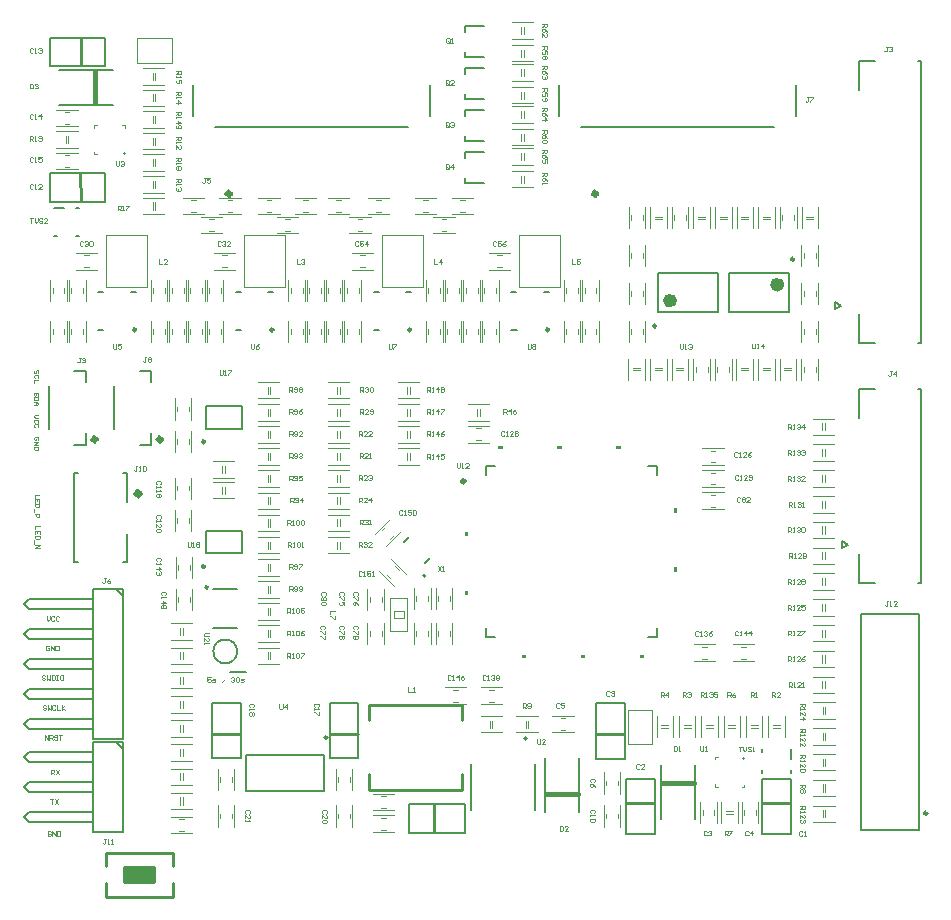
<source format=gto>
G04*
G04 #@! TF.GenerationSoftware,Altium Limited,Altium Designer,24.1.2 (44)*
G04*
G04 Layer_Color=65535*
%FSLAX44Y44*%
%MOMM*%
G71*
G04*
G04 #@! TF.SameCoordinates,46EE98F9-B04D-4FF8-9067-437AE8063CF7*
G04*
G04*
G04 #@! TF.FilePolarity,Positive*
G04*
G01*
G75*
%ADD10C,0.2540*%
%ADD11C,0.2500*%
%ADD12C,0.6000*%
%ADD13C,0.5080*%
%ADD14C,0.3810*%
%ADD15C,0.2000*%
%ADD16C,0.3048*%
%ADD17C,0.1270*%
%ADD18C,0.1250*%
%ADD19C,0.1000*%
%ADD20C,0.1524*%
%ADD21C,0.1200*%
%ADD22R,2.5400X1.2700*%
G36*
X441905Y247378D02*
X438095D01*
Y244838D01*
X441905D01*
Y247378D01*
D02*
G37*
G36*
X392878Y301405D02*
X390338D01*
Y297595D01*
X392878D01*
Y301405D01*
D02*
G37*
G36*
Y351405D02*
X390338D01*
Y347595D01*
X392878D01*
Y351405D01*
D02*
G37*
G36*
X421905Y421622D02*
X418095D01*
Y424162D01*
X421905D01*
Y421622D01*
D02*
G37*
G36*
X471905D02*
X468095D01*
Y424162D01*
X471905D01*
Y421622D01*
D02*
G37*
G36*
X491905Y247378D02*
X488095D01*
Y244838D01*
X491905D01*
Y247378D01*
D02*
G37*
G36*
X541905D02*
X538095D01*
Y244838D01*
X541905D01*
Y247378D01*
D02*
G37*
G36*
X567122Y321405D02*
X569662D01*
Y317595D01*
X567122D01*
Y321405D01*
D02*
G37*
G36*
Y371405D02*
X569662D01*
Y367595D01*
X567122D01*
Y371405D01*
D02*
G37*
G36*
X521905Y421622D02*
X518095D01*
Y424162D01*
X521905D01*
Y421622D01*
D02*
G37*
D10*
X172386Y304475D02*
G03*
X172386Y304475I-1055J0D01*
G01*
X460973Y522356D02*
G03*
X460973Y522356I-1256J0D01*
G01*
X781392Y112993D02*
G03*
X781392Y112993I-1270J0D01*
G01*
X111268Y522356D02*
G03*
X111268Y522356I-1256J0D01*
G01*
X227836D02*
G03*
X227836Y522356I-1256J0D01*
G01*
X344405D02*
G03*
X344405Y522356I-1256J0D01*
G01*
X142494Y42418D02*
Y53848D01*
Y68072D02*
Y79502D01*
X101600Y54610D02*
Y67310D01*
Y54610D02*
X127000D01*
Y67310D01*
X101600D02*
X127000D01*
X86106Y79502D02*
X142494D01*
X86106Y42418D02*
X142494D01*
X86106D02*
Y53848D01*
Y68072D02*
Y79502D01*
X308910Y191536D02*
Y204703D01*
X387445D01*
Y191536D02*
Y204703D01*
X387216Y132903D02*
Y145816D01*
X308910Y132903D02*
X387216D01*
X308910D02*
Y145816D01*
X100919Y671749D02*
X100951D01*
X64767Y769230D02*
X64816Y746116D01*
X64450Y654130D02*
X64499Y631016D01*
X641954Y121564D02*
X665067Y121613D01*
X501767Y180006D02*
X524881Y180055D01*
X176362Y180241D02*
X199476Y180290D01*
X363705Y120007D02*
X363754Y96894D01*
X276184Y180241D02*
X299298Y180290D01*
X527125Y121564D02*
X550239Y121613D01*
X625714Y159937D02*
Y159970D01*
D11*
X169806Y321999D02*
G03*
X169806Y321999I-1250J0D01*
G01*
Y427524D02*
G03*
X169806Y427524I-1250J0D01*
G01*
X668610Y582065D02*
G03*
X668610Y582065I-1250J0D01*
G01*
X551820Y525565D02*
G03*
X551820Y525565I-1250J0D01*
G01*
X273478Y177182D02*
G03*
X273478Y177182I-1250J0D01*
G01*
D12*
X657310Y560565D02*
G03*
X657310Y560565I-3000J0D01*
G01*
X566620Y547065D02*
G03*
X566620Y547065I-3000J0D01*
G01*
D13*
X114808Y383540D02*
G03*
X114808Y383540I-1778J0D01*
G01*
D14*
X78028Y429510D02*
G03*
X78028Y429510I-1778J0D01*
G01*
X133298D02*
G03*
X133298Y429510I-1778J0D01*
G01*
X501778Y637500D02*
G03*
X501778Y637500I-1778J0D01*
G01*
X191778D02*
G03*
X191778Y637500I-1778J0D01*
G01*
X458674Y129326D02*
X485591Y129410D01*
X77034Y740884D02*
X77118Y713968D01*
X556824Y138653D02*
X583740Y138738D01*
D15*
X442175Y176278D02*
G03*
X442175Y176278I-1000J0D01*
G01*
X356453Y314021D02*
G03*
X356453Y314021I-1000J0D01*
G01*
X201556Y332999D02*
Y351999D01*
X170556Y332999D02*
Y351999D01*
X201556D01*
X170556Y332999D02*
X201556D01*
Y438524D02*
Y457524D01*
X170556Y438524D02*
Y457524D01*
X201556D01*
X170556Y438524D02*
X201556D01*
X613310Y537065D02*
Y570565D01*
X664310Y537065D02*
Y570565D01*
X613310Y537065D02*
X664310D01*
X613310Y570565D02*
X664310D01*
X604620Y537065D02*
Y570565D01*
X553620Y537065D02*
Y570565D01*
X604620D01*
X553620Y537065D02*
X604620D01*
X665636Y159237D02*
Y167737D01*
Y146737D02*
Y149237D01*
X641636Y146737D02*
Y149237D01*
Y165237D02*
Y167737D01*
X457509Y114256D02*
Y159956D01*
X486809Y114256D02*
Y159956D01*
X204828Y162432D02*
X270828D01*
X204828Y131432D02*
X270828D01*
Y162432D01*
X204828Y131432D02*
Y162432D01*
X390084Y668138D02*
Y672638D01*
Y646638D02*
Y651138D01*
Y646638D02*
X406334D01*
X390084Y672638D02*
X406334D01*
X390084Y708198D02*
X406334D01*
X390084Y682198D02*
X406334D01*
X390084D02*
Y686698D01*
Y703698D02*
Y708198D01*
Y743758D02*
X406334D01*
X390084Y717758D02*
X406334D01*
X390084D02*
Y722258D01*
Y739258D02*
Y743758D01*
Y779318D02*
X406334D01*
X390084Y753318D02*
X406334D01*
X390084D02*
Y757818D01*
Y774818D02*
Y779318D01*
X774750Y98550D02*
Y281450D01*
X725250Y98550D02*
Y281450D01*
X774750D01*
X725250Y98550D02*
X774750D01*
X16496Y160528D02*
X20729Y156295D01*
X16496Y135128D02*
X20729Y139361D01*
X16496Y135128D02*
X20729Y130895D01*
X16496Y160528D02*
X20729Y164761D01*
X95659Y172805D02*
X99893Y168571D01*
X100316Y97028D02*
Y173228D01*
X74916D02*
X100316D01*
X74916Y97028D02*
X100316D01*
X74916D02*
Y173228D01*
X20729Y164761D02*
X74662D01*
X20729Y156295D02*
X74916D01*
X20729Y139361D02*
X74662D01*
X20729Y130895D02*
X74662D01*
X16496Y109728D02*
X20729Y105495D01*
X16496Y109728D02*
X20729Y113961D01*
X74662D01*
X20729Y105495D02*
X74916D01*
X16496Y290116D02*
X20729Y285883D01*
X16496Y264716D02*
X20729Y268949D01*
X16496Y264716D02*
X20729Y260483D01*
X16496Y290116D02*
X20729Y294349D01*
X95659Y302393D02*
X99893Y298159D01*
X100316Y175816D02*
Y302816D01*
X74916D02*
X100316D01*
X74916Y175816D02*
X100316D01*
X74916D02*
Y302816D01*
X20729Y294349D02*
X74662D01*
X20729Y285883D02*
X74916D01*
X20729Y268949D02*
X74662D01*
X20729Y260483D02*
X74662D01*
X16496Y239316D02*
X20729Y235083D01*
X16496Y213916D02*
X20729Y218149D01*
X16496Y213916D02*
X20729Y209683D01*
X16496Y239316D02*
X20729Y243549D01*
X74662D01*
X20729Y235083D02*
X74916D01*
X20729Y218149D02*
X74662D01*
X20729Y209683D02*
X74662D01*
X16496Y188516D02*
X20729Y184283D01*
X16496Y188516D02*
X20729Y192749D01*
X74662D01*
X20729Y184283D02*
X74916D01*
X42378Y601497D02*
X44878D01*
X60878D02*
X63378D01*
X60878Y625497D02*
X63378D01*
X42378D02*
X50878D01*
X46488Y742103D02*
X92188D01*
X46488Y712803D02*
X92188D01*
X555605Y108107D02*
Y153807D01*
X584905Y108107D02*
Y153807D01*
D16*
X390084Y394190D02*
G03*
X390084Y394190I-1524J0D01*
G01*
D17*
X197079Y250002D02*
G03*
X197079Y250002I-10080J0D01*
G01*
X190736Y232587D02*
X204515D01*
X449303Y116020D02*
Y155020D01*
X395201Y116020D02*
Y155020D01*
X356244Y325152D02*
X360486Y329394D01*
X338566Y342829D02*
X342809Y347072D01*
X670500Y703000D02*
Y729500D01*
X469500Y703000D02*
Y729500D01*
X488000Y694000D02*
X652000D01*
X360500Y703000D02*
Y729500D01*
X159500Y703000D02*
Y729500D01*
X178000Y694000D02*
X342000D01*
X724000Y725300D02*
Y750100D01*
Y511100D02*
Y535900D01*
X776000Y511100D02*
Y750100D01*
X724000Y511100D02*
X737000D01*
X724000Y750100D02*
X737000D01*
X703580Y539720D02*
Y545720D01*
X708580Y542720D01*
X703580Y539720D02*
X708580Y542720D01*
X773500Y511100D02*
X776000D01*
X773500Y750100D02*
X776000D01*
X724000Y447200D02*
Y472000D01*
Y308000D02*
Y332800D01*
X776000Y308000D02*
Y472000D01*
X724000Y308000D02*
X737000D01*
X724000Y472000D02*
X737000D01*
X709330Y337220D02*
Y343220D01*
X714330Y340220D01*
X709330Y337220D02*
X714330Y340220D01*
X773500Y308000D02*
X776000D01*
X773500Y472000D02*
X776000D01*
D18*
X367110Y263424D02*
Y267424D01*
X377110Y263424D02*
Y267424D01*
X379110Y256424D02*
Y274424D01*
X365110Y256424D02*
Y274424D01*
X590500Y243970D02*
X594500D01*
X590500Y253970D02*
X594500D01*
X583500Y255970D02*
X601500D01*
X583500Y241970D02*
X601500D01*
X144311Y418711D02*
Y436711D01*
X158311Y418711D02*
Y436711D01*
X156311Y425711D02*
Y429711D01*
X146311Y425711D02*
Y429711D01*
X144311Y446180D02*
Y464180D01*
X158311Y446180D02*
Y464180D01*
X156311Y453180D02*
Y457180D01*
X146311Y453180D02*
Y457180D01*
X623789Y243970D02*
X627789D01*
X623789Y253970D02*
X627789D01*
X616789Y255970D02*
X634789D01*
X616789Y241970D02*
X634789D01*
X300933Y585255D02*
X304933D01*
X300933Y575255D02*
X304933D01*
X293933Y573255D02*
X311933D01*
X293933Y587255D02*
X311933D01*
X184365Y585255D02*
X188365D01*
X184365Y575255D02*
X188365D01*
X177365Y573255D02*
X195365D01*
X177365Y587255D02*
X195365D01*
X144943Y284837D02*
Y302836D01*
X158943Y284837D02*
Y302836D01*
X156943Y291836D02*
Y295837D01*
X146943Y291836D02*
Y295837D01*
X144943Y312305D02*
Y330305D01*
X158943Y312305D02*
Y330305D01*
X156943Y319305D02*
Y323305D01*
X146943Y319305D02*
Y323305D01*
X144311Y351774D02*
Y369774D01*
X158311Y351774D02*
Y369774D01*
X156311Y358774D02*
Y362774D01*
X146311Y358774D02*
Y362774D01*
X144311Y379243D02*
Y397243D01*
X158311Y379243D02*
Y397243D01*
X156311Y386243D02*
Y390243D01*
X146311Y386243D02*
Y390243D01*
X598000Y401322D02*
X602000D01*
X598000Y391322D02*
X602000D01*
X591000Y389322D02*
X609000D01*
X591000Y403322D02*
X609000D01*
X624487Y104703D02*
Y122703D01*
X638487Y104703D02*
Y122703D01*
X636487Y111703D02*
Y115703D01*
X626487Y111703D02*
Y115703D01*
X509452Y108742D02*
Y112742D01*
X519452Y108742D02*
Y112742D01*
X521452Y101742D02*
Y119742D01*
X507452Y101742D02*
Y119742D01*
X509452Y136653D02*
Y140653D01*
X519452Y136653D02*
Y140653D01*
X521452Y129653D02*
Y147653D01*
X507452Y129653D02*
Y147653D01*
X280614Y101742D02*
Y119742D01*
X294614Y101742D02*
Y119742D01*
X292614Y108742D02*
Y112742D01*
X282614Y108742D02*
Y112742D01*
X180792Y101742D02*
Y119742D01*
X194792Y101742D02*
Y119742D01*
X192792Y108742D02*
Y112742D01*
X182792Y108742D02*
Y112742D01*
X346822Y256424D02*
Y274424D01*
X360822Y256424D02*
Y274424D01*
X358822Y263424D02*
Y267424D01*
X348822Y263424D02*
Y267424D01*
X365364Y285500D02*
Y303500D01*
X379364Y285500D02*
Y303500D01*
X377364Y292500D02*
Y296500D01*
X367364Y292500D02*
Y296500D01*
X346822Y285500D02*
Y303500D01*
X360822Y285500D02*
Y303500D01*
X358822Y292500D02*
Y296500D01*
X348822Y292500D02*
Y296500D01*
X173512Y606124D02*
X177512D01*
X173512Y616124D02*
X177512D01*
X166512Y618124D02*
X184512D01*
X166512Y604124D02*
X184512D01*
X230653D02*
X248653D01*
X230653Y618124D02*
X248653D01*
X237653Y616124D02*
X241653D01*
X237653Y606124D02*
X241653D01*
X292109Y604124D02*
X310109D01*
X292109Y618124D02*
X310109D01*
X299109Y616124D02*
X303109D01*
X299109Y606124D02*
X303109D01*
X485568Y553335D02*
Y557335D01*
X475568Y553335D02*
Y557335D01*
X473568Y546335D02*
Y564335D01*
X487568Y546335D02*
Y564335D01*
X501316Y553335D02*
Y557335D01*
X491316Y553335D02*
Y557335D01*
X489316Y546335D02*
Y564335D01*
X503316Y546335D02*
Y564335D01*
X542544Y576152D02*
Y594152D01*
X528544Y576152D02*
Y594152D01*
X530544Y583153D02*
Y587152D01*
X540544Y583153D02*
Y587152D01*
X542544Y608220D02*
Y626220D01*
X528544Y608220D02*
Y626220D01*
X530544Y615220D02*
Y619220D01*
X540544Y615220D02*
Y619220D01*
X577185Y615220D02*
Y619220D01*
X567185Y615220D02*
Y619220D01*
X565185Y608220D02*
Y626220D01*
X579185Y608220D02*
Y626220D01*
X668789Y615220D02*
Y619220D01*
X658789Y615220D02*
Y619220D01*
X656789Y608220D02*
Y626220D01*
X670789Y608220D02*
Y626220D01*
X686860Y583153D02*
Y587152D01*
X676860Y583153D02*
Y587152D01*
X674859Y576152D02*
Y594152D01*
X688859Y576152D02*
Y594152D01*
Y544085D02*
Y562085D01*
X674859Y544085D02*
Y562085D01*
X676860Y551085D02*
Y555085D01*
X686860Y551085D02*
Y555085D01*
X321452Y256424D02*
Y274424D01*
X307452Y256424D02*
Y274424D01*
X309452Y263424D02*
Y267424D01*
X319452Y263424D02*
Y267424D01*
X321452Y284872D02*
Y302872D01*
X307452Y284872D02*
Y302872D01*
X309452Y291872D02*
Y295872D01*
X319452Y291872D02*
Y295872D01*
X52778Y512152D02*
Y530153D01*
X38778Y512152D02*
Y530153D01*
X40778Y519152D02*
Y523153D01*
X50778Y519152D02*
Y523153D01*
X52778Y546335D02*
Y564335D01*
X38778Y546335D02*
Y564335D01*
X40778Y553335D02*
Y557335D01*
X50778Y553335D02*
Y557335D01*
X68780Y546335D02*
Y564335D01*
X54780Y546335D02*
Y564335D01*
X56780Y553335D02*
Y557335D01*
X66780Y553335D02*
Y557335D01*
X60796Y587255D02*
X78796D01*
X60796Y573255D02*
X78796D01*
X67796Y575255D02*
X71796D01*
X67796Y585255D02*
X71796D01*
X43954Y672194D02*
X61954D01*
X43954Y658194D02*
X61954D01*
X50954Y660194D02*
X54954D01*
X50954Y670194D02*
X54954D01*
X44086Y708802D02*
X62086D01*
X44086Y694802D02*
X62086D01*
X51086Y696802D02*
X55086D01*
X51086Y706802D02*
X55086D01*
X151012Y634122D02*
X169012D01*
X151012Y620122D02*
X169012D01*
X158012Y622122D02*
X162012D01*
X158012Y632122D02*
X162012D01*
X182012Y620122D02*
X200012D01*
X182012Y634122D02*
X200012D01*
X189012Y632122D02*
X193012D01*
X189012Y622122D02*
X193012D01*
X215153Y634122D02*
X233153D01*
X215153Y620122D02*
X233153D01*
X222153Y622122D02*
X226153D01*
X222153Y632122D02*
X226153D01*
X246153Y620122D02*
X264153D01*
X246153Y634122D02*
X264153D01*
X253153Y632122D02*
X257153D01*
X253153Y622122D02*
X257153D01*
X274058Y620122D02*
X292058D01*
X274058Y634122D02*
X292058D01*
X281058Y632122D02*
X285058D01*
X281058Y622122D02*
X285058D01*
X307609Y620122D02*
X325609D01*
X307609Y634122D02*
X325609D01*
X314609Y632122D02*
X318609D01*
X314609Y622122D02*
X318609D01*
X354717Y632122D02*
X358717D01*
X354717Y622122D02*
X358717D01*
X347717Y620122D02*
X365717D01*
X347717Y634122D02*
X365717D01*
X385717Y622122D02*
X389717D01*
X385717Y632122D02*
X389717D01*
X378717Y634122D02*
X396717D01*
X378717Y620122D02*
X396717D01*
X370217Y606124D02*
X374217D01*
X370217Y616124D02*
X374217D01*
X363217Y618124D02*
X381217D01*
X363217Y604124D02*
X381217D01*
X417502Y585255D02*
X421502D01*
X417502Y575255D02*
X421502D01*
X410502Y573255D02*
X428502D01*
X410502Y587255D02*
X428502D01*
X368999Y553335D02*
Y557335D01*
X358999Y553335D02*
Y557335D01*
X357000Y546335D02*
Y564335D01*
X370999Y546335D02*
Y564335D01*
X384828Y553335D02*
Y557335D01*
X374828Y553335D02*
Y557335D01*
X372828Y546335D02*
Y564335D01*
X386828Y546335D02*
Y564335D01*
X400657Y553335D02*
Y557335D01*
X390657Y553335D02*
Y557335D01*
X388657Y546335D02*
Y564335D01*
X402657Y546335D02*
Y564335D01*
X416486Y553335D02*
Y557335D01*
X406486Y553335D02*
Y557335D01*
X404486Y546335D02*
Y564335D01*
X418486Y546335D02*
Y564335D01*
X400657Y519152D02*
Y523153D01*
X390657Y519152D02*
Y523153D01*
X388657Y512152D02*
Y530153D01*
X402657Y512152D02*
Y530153D01*
X392326Y426755D02*
X410326D01*
X392326Y440755D02*
X410326D01*
X399326Y438755D02*
X403326D01*
X399326Y428755D02*
X403326D01*
X327402Y328331D02*
X340129Y315603D01*
X317502Y318431D02*
X330230Y305703D01*
X323866Y314895D02*
X326694Y312067D01*
X330937Y321967D02*
X333765Y319138D01*
X323313Y339099D02*
X336041Y351826D01*
X313414Y348998D02*
X326142Y361726D01*
X319778Y352533D02*
X322606Y355362D01*
X326849Y345462D02*
X329677Y348291D01*
X318888Y99117D02*
X322888D01*
X318888Y109117D02*
X322888D01*
X311888Y111117D02*
X329888D01*
X311888Y97117D02*
X329888D01*
X319215Y127500D02*
X323215D01*
X319215Y117500D02*
X323215D01*
X312215Y115500D02*
X330215D01*
X312215Y129500D02*
X330215D01*
X373243Y219500D02*
X391243D01*
X373243Y205500D02*
X391243D01*
X380243Y207500D02*
X384243D01*
X380243Y217500D02*
X384243D01*
X403235Y219500D02*
X421235D01*
X403235Y205500D02*
X421235D01*
X410235Y207500D02*
X414235D01*
X410235Y217500D02*
X414235D01*
X470925Y183458D02*
X474925D01*
X470925Y193458D02*
X474925D01*
X463925Y195458D02*
X481925D01*
X463925Y181458D02*
X481925D01*
X589169Y104703D02*
Y122703D01*
X603168Y104703D02*
Y122703D01*
X601169Y111703D02*
Y115703D01*
X591169Y111703D02*
Y115703D01*
X591000Y370645D02*
X609000D01*
X591000Y384645D02*
X609000D01*
X598000Y382645D02*
X602000D01*
X598000Y372645D02*
X602000D01*
X591000Y408000D02*
X609000D01*
X591000Y422000D02*
X609000D01*
X598000Y420000D02*
X602000D01*
X598000Y410000D02*
X602000D01*
X280614Y132856D02*
Y150856D01*
X294614Y132856D02*
Y150856D01*
X292614Y139856D02*
Y143856D01*
X282614Y139856D02*
Y143856D01*
X180792Y132856D02*
Y150856D01*
X194792Y132856D02*
Y150856D01*
X192792Y139856D02*
Y143856D01*
X182792Y139856D02*
Y143856D01*
X153691Y546335D02*
Y564335D01*
X139691Y546335D02*
Y564335D01*
X141691Y553335D02*
Y557335D01*
X151691Y553335D02*
Y557335D01*
X137863Y546335D02*
Y564335D01*
X123862Y546335D02*
Y564335D01*
X125863Y553335D02*
Y557335D01*
X135863Y553335D02*
Y557335D01*
X167520Y553335D02*
Y557335D01*
X157520Y553335D02*
Y557335D01*
X155520Y546335D02*
Y564335D01*
X169520Y546335D02*
Y564335D01*
X268260Y553335D02*
Y557335D01*
X258260Y553335D02*
Y557335D01*
X256260Y546335D02*
Y564335D01*
X270260Y546335D02*
Y564335D01*
X183349Y553335D02*
Y557335D01*
X173349Y553335D02*
Y557335D01*
X171349Y546335D02*
Y564335D01*
X185349Y546335D02*
Y564335D01*
X252431Y553335D02*
Y557335D01*
X242431Y553335D02*
Y557335D01*
X240431Y546335D02*
Y564335D01*
X254431Y546335D02*
Y564335D01*
X54780Y512152D02*
Y530153D01*
X68780Y512152D02*
Y530153D01*
X66780Y519152D02*
Y523153D01*
X56780Y519152D02*
Y523153D01*
X173349Y519152D02*
Y523153D01*
X183349Y519152D02*
Y523153D01*
X185349Y512152D02*
Y530153D01*
X171349Y512152D02*
Y530153D01*
X167520Y519152D02*
Y523153D01*
X157520Y519152D02*
Y523153D01*
X155520Y512152D02*
Y530153D01*
X169520Y512152D02*
Y530153D01*
X139691Y512152D02*
Y530153D01*
X153691Y512152D02*
Y530153D01*
X151691Y519152D02*
Y523153D01*
X141691Y519152D02*
Y523153D01*
X258260Y519152D02*
Y523153D01*
X268260Y519152D02*
Y523153D01*
X270260Y512152D02*
Y530153D01*
X256260Y512152D02*
Y530153D01*
X123862Y512152D02*
Y530153D01*
X137863Y512152D02*
Y530153D01*
X135863Y519152D02*
Y523153D01*
X125863Y519152D02*
Y523153D01*
X240431Y512152D02*
Y530153D01*
X254431Y512152D02*
Y530153D01*
X252431Y519152D02*
Y523153D01*
X242431Y519152D02*
Y523153D01*
X284088Y553335D02*
Y557335D01*
X274088Y553335D02*
Y557335D01*
X272089Y546335D02*
Y564335D01*
X286089Y546335D02*
Y564335D01*
X299917Y553335D02*
Y557335D01*
X289917Y553335D02*
Y557335D01*
X287917Y546335D02*
Y564335D01*
X301917Y546335D02*
Y564335D01*
X289917Y519152D02*
Y523153D01*
X299917Y519152D02*
Y523153D01*
X301917Y512152D02*
Y530153D01*
X287917Y512152D02*
Y530153D01*
X406486Y519152D02*
Y523153D01*
X416486Y519152D02*
Y523153D01*
X418486Y512152D02*
Y530153D01*
X404486Y512152D02*
Y530153D01*
X284088Y519152D02*
Y523153D01*
X274088Y519152D02*
Y523153D01*
X272089Y512152D02*
Y530153D01*
X286089Y512152D02*
Y530153D01*
X491316Y519152D02*
Y523153D01*
X501316Y519152D02*
Y523153D01*
X503316Y512152D02*
Y530153D01*
X489316Y512152D02*
Y530153D01*
X374828Y519152D02*
Y523153D01*
X384828Y519152D02*
Y523153D01*
X386828Y512152D02*
Y530153D01*
X372828Y512152D02*
Y530153D01*
X358999Y519152D02*
Y523153D01*
X368999Y519152D02*
Y523153D01*
X370999Y512152D02*
Y530153D01*
X357000Y512152D02*
Y530153D01*
X475568Y519152D02*
Y523153D01*
X485568Y519152D02*
Y523153D01*
X487568Y512152D02*
Y530153D01*
X473568Y512152D02*
Y530153D01*
X528544Y544085D02*
Y562085D01*
X542544Y544085D02*
Y562085D01*
X540544Y551085D02*
Y555085D01*
X530544Y551085D02*
Y555085D01*
Y519017D02*
Y523018D01*
X540544Y519017D02*
Y523018D01*
X542544Y512018D02*
Y530018D01*
X528544Y512018D02*
Y530018D01*
X585412Y486950D02*
Y490950D01*
X595412Y486950D02*
Y490950D01*
X597412Y479950D02*
Y497950D01*
X583412Y479950D02*
Y497950D01*
X674859Y512018D02*
Y530018D01*
X688860Y512018D02*
Y530018D01*
X686860Y519017D02*
Y523018D01*
X676860Y519017D02*
Y523018D01*
X674859Y479950D02*
Y497950D01*
X688860Y479950D02*
Y497950D01*
X686860Y486950D02*
Y490950D01*
X676860Y486950D02*
Y490950D01*
X603702Y486950D02*
Y490950D01*
X613702Y486950D02*
Y490950D01*
X615702Y479950D02*
Y497950D01*
X601702Y479950D02*
Y497950D01*
X140860Y109992D02*
X158860D01*
X140860Y95992D02*
X158860D01*
X147860Y97992D02*
X151860D01*
X147860Y107992D02*
X151860D01*
D19*
X333178Y459500D02*
X351178D01*
X333178Y445500D02*
X351178D01*
X341178Y449500D02*
Y455500D01*
X343178Y449500D02*
Y455500D01*
X176420Y410860D02*
X194420D01*
X176420Y396860D02*
X194420D01*
X184420Y400860D02*
Y406860D01*
X186420Y400860D02*
Y406860D01*
X176420Y393493D02*
X194420D01*
X176420Y379493D02*
X194420D01*
X184420Y383493D02*
Y389493D01*
X186420Y383493D02*
Y389493D01*
X436118Y558425D02*
Y602329D01*
X470662Y558425D02*
Y602329D01*
X436118D02*
X470662D01*
X436118Y558425D02*
X470662D01*
X319550D02*
Y602329D01*
X354094Y558425D02*
Y602329D01*
X319550D02*
X354094D01*
X319550Y558425D02*
X354094D01*
X202981D02*
Y602329D01*
X237525Y558425D02*
Y602329D01*
X202981D02*
X237525D01*
X202981Y558425D02*
X237525D01*
X86412D02*
Y602329D01*
X120956Y558425D02*
Y602329D01*
X86412D02*
X120956D01*
X86412Y558425D02*
X120956D01*
X76002Y670897D02*
X78260D01*
X76002D02*
Y673179D01*
X76037Y695650D02*
X78318D01*
X76037Y693391D02*
Y695650D01*
X101830Y693398D02*
Y695679D01*
X99571D02*
X101830D01*
X631762Y187341D02*
X637762D01*
X631762Y185341D02*
X637762D01*
X641762Y177341D02*
Y195341D01*
X627762Y177341D02*
Y195341D01*
X612888Y187341D02*
X618888D01*
X612888Y185341D02*
X618888D01*
X622888Y177341D02*
Y195341D01*
X608888Y177341D02*
Y195341D01*
X556267Y187341D02*
X562267D01*
X556267Y185341D02*
X562267D01*
X566267Y177341D02*
Y195341D01*
X552267Y177341D02*
Y195341D01*
X429674Y768564D02*
X447674D01*
X429674Y782564D02*
X447674D01*
X439674Y772564D02*
Y778564D01*
X437674Y772564D02*
Y778564D01*
X429674Y749564D02*
X447674D01*
X429674Y763564D02*
X447674D01*
X439674Y753564D02*
Y759564D01*
X437674Y753564D02*
Y759564D01*
X429674Y733004D02*
X447674D01*
X429674Y747004D02*
X447674D01*
X439674Y737004D02*
Y743004D01*
X437674Y737004D02*
Y743004D01*
X429674Y714004D02*
X447674D01*
X429674Y728004D02*
X447674D01*
X439674Y718004D02*
Y724004D01*
X437674Y718004D02*
Y724004D01*
X429674Y697444D02*
X447674D01*
X429674Y711444D02*
X447674D01*
X439674Y701444D02*
Y707444D01*
X437674Y701444D02*
Y707444D01*
X429674Y678444D02*
X447674D01*
X429674Y692444D02*
X447674D01*
X439674Y682444D02*
Y688444D01*
X437674Y682444D02*
Y688444D01*
X429674Y661884D02*
X447674D01*
X429674Y675884D02*
X447674D01*
X439674Y665884D02*
Y671884D01*
X437674Y665884D02*
Y671884D01*
X429674Y642884D02*
X447674D01*
X429674Y656884D02*
X447674D01*
X439674Y646884D02*
Y652884D01*
X437674Y646884D02*
Y652884D01*
X587381Y616220D02*
X593381D01*
X587381Y618220D02*
X593381D01*
X583381Y608220D02*
Y626220D01*
X597381Y608220D02*
Y626220D01*
X605702Y616220D02*
X611702D01*
X605702Y618220D02*
X611702D01*
X601702Y608220D02*
Y626220D01*
X615702Y608220D02*
Y626220D01*
X624022Y616220D02*
X630022D01*
X624022Y618220D02*
X630022D01*
X620022Y608220D02*
Y626220D01*
X634022Y608220D02*
Y626220D01*
X642343Y616220D02*
X648343D01*
X642343Y618220D02*
X648343D01*
X638343Y608220D02*
Y626220D01*
X652343Y608220D02*
Y626220D01*
X660445Y487950D02*
X666445D01*
X660445Y489950D02*
X666445D01*
X656445Y479950D02*
Y497950D01*
X670445Y479950D02*
Y497950D01*
X532419Y487950D02*
X538419D01*
X532419Y489950D02*
X538419D01*
X528419Y479950D02*
Y497950D01*
X542419Y479950D02*
Y497950D01*
X341168Y267201D02*
Y289253D01*
Y295141D01*
X326803D02*
X341168D01*
X326803Y267201D02*
Y295141D01*
X329640Y278632D02*
X338328D01*
Y283966D01*
X329640D02*
X338328D01*
X329640Y278632D02*
Y283966D01*
X326803Y267201D02*
X341168D01*
X43954Y676373D02*
X61954D01*
X43954Y690373D02*
X61954D01*
X53954Y680373D02*
Y686373D01*
X51954Y680373D02*
Y686373D01*
X127476Y733953D02*
Y739953D01*
X125476Y733953D02*
Y739953D01*
X117476Y729953D02*
X135476D01*
X117476Y743953D02*
X135476D01*
X117476Y711649D02*
X135476D01*
X117476Y725649D02*
X135476D01*
X127476Y715649D02*
Y721649D01*
X125476Y715649D02*
Y721649D01*
X117476Y693345D02*
X135476D01*
X117476Y707345D02*
X135476D01*
X127476Y697345D02*
Y703345D01*
X125476Y697345D02*
Y703345D01*
X117476Y675041D02*
X135476D01*
X117476Y689041D02*
X135476D01*
X127476Y679041D02*
Y685041D01*
X125476Y679041D02*
Y685041D01*
X117476Y670737D02*
X135476D01*
X117476Y656737D02*
X135476D01*
X125476Y660737D02*
Y666737D01*
X127476Y660737D02*
Y666737D01*
X117476Y638433D02*
X135476D01*
X117476Y652433D02*
X135476D01*
X127476Y642433D02*
Y648433D01*
X125476Y642433D02*
Y648433D01*
X117476Y634129D02*
X135476D01*
X117476Y620130D02*
X135476D01*
X125476Y624129D02*
Y630130D01*
X127476Y624129D02*
Y630130D01*
X400500Y449500D02*
Y455500D01*
X402500Y449500D02*
Y455500D01*
X392500Y459500D02*
X410500D01*
X392500Y445500D02*
X410500D01*
X343178Y468245D02*
Y474245D01*
X341178Y468245D02*
Y474245D01*
X333178Y464245D02*
X351178D01*
X333178Y478245D02*
X351178D01*
X333178Y440755D02*
X351178D01*
X333178Y426755D02*
X351178D01*
X341178Y430755D02*
Y436755D01*
X343178Y430755D02*
Y436755D01*
X333178Y422010D02*
X351178D01*
X333178Y408010D02*
X351178D01*
X341178Y412010D02*
Y418010D01*
X343178Y412010D02*
Y418010D01*
X274030Y333030D02*
X292030D01*
X274030Y347030D02*
X292030D01*
X284030Y337030D02*
Y343030D01*
X282030Y337030D02*
Y343030D01*
X274030Y351775D02*
X292030D01*
X274030Y365775D02*
X292030D01*
X284030Y355775D02*
Y361775D01*
X282030Y355775D02*
Y361775D01*
X274030Y370520D02*
X292030D01*
X274030Y384520D02*
X292030D01*
X284030Y374520D02*
Y380520D01*
X282030Y374520D02*
Y380520D01*
Y393265D02*
Y399265D01*
X284030Y393265D02*
Y399265D01*
X274030Y403265D02*
X292030D01*
X274030Y389265D02*
X292030D01*
X274030Y407875D02*
X292030D01*
X274030Y421875D02*
X292030D01*
X284030Y411875D02*
Y417875D01*
X282030Y411875D02*
Y417875D01*
X274030Y426755D02*
X292030D01*
X274030Y440755D02*
X292030D01*
X284030Y430755D02*
Y436755D01*
X282030Y430755D02*
Y436755D01*
X274030Y445500D02*
X292030D01*
X274030Y459500D02*
X292030D01*
X284030Y449500D02*
Y455500D01*
X282030Y449500D02*
Y455500D01*
X274030Y464245D02*
X292030D01*
X274030Y478245D02*
X292030D01*
X284030Y468245D02*
Y474245D01*
X282030Y468245D02*
Y474245D01*
X214881Y478162D02*
X232881D01*
X214881Y464162D02*
X232881D01*
X222881Y468162D02*
Y474162D01*
X224881Y468162D02*
Y474162D01*
X214881Y445417D02*
X232881D01*
X214881Y459417D02*
X232881D01*
X224881Y449417D02*
Y455417D01*
X222881Y449417D02*
Y455417D01*
X214881Y426671D02*
X232881D01*
X214881Y440672D02*
X232881D01*
X224881Y430672D02*
Y436671D01*
X222881Y430672D02*
Y436671D01*
X214881Y407926D02*
X232881D01*
X214881Y421926D02*
X232881D01*
X224881Y411926D02*
Y417926D01*
X222881Y411926D02*
Y417926D01*
X214881Y389181D02*
X232881D01*
X214881Y403181D02*
X232881D01*
X224881Y393181D02*
Y399181D01*
X222881Y393181D02*
Y399181D01*
X214881Y370436D02*
X232881D01*
X214881Y384436D02*
X232881D01*
X224881Y374436D02*
Y380436D01*
X222881Y374436D02*
Y380436D01*
X214881Y351691D02*
X232881D01*
X214881Y365691D02*
X232881D01*
X224881Y355691D02*
Y361691D01*
X222881Y355691D02*
Y361691D01*
X214881Y346946D02*
X232881D01*
X214881Y332946D02*
X232881D01*
X222881Y336946D02*
Y342946D01*
X224881Y336946D02*
Y342946D01*
X214881Y314201D02*
X232881D01*
X214881Y328201D02*
X232881D01*
X224881Y318201D02*
Y324201D01*
X222881Y318201D02*
Y324201D01*
X214881Y295456D02*
X232881D01*
X214881Y309456D02*
X232881D01*
X224881Y299456D02*
Y305456D01*
X222881Y299456D02*
Y305456D01*
X214881Y290711D02*
X232881D01*
X214881Y276711D02*
X232881D01*
X222881Y280711D02*
Y286711D01*
X224881Y280711D02*
Y286711D01*
X214881Y271966D02*
X232881D01*
X214881Y257966D02*
X232881D01*
X222881Y261966D02*
Y267966D01*
X224881Y261966D02*
Y267966D01*
X214881Y253221D02*
X232881D01*
X214881Y239221D02*
X232881D01*
X222881Y243221D02*
Y249221D01*
X224881Y243221D02*
Y249221D01*
X140860Y273700D02*
X158860D01*
X140860Y259700D02*
X158860D01*
X148860Y263700D02*
Y269700D01*
X150860Y263700D02*
Y269700D01*
X140860Y253221D02*
X158860D01*
X140860Y239221D02*
X158860D01*
X148860Y243221D02*
Y249221D01*
X150860Y243221D02*
Y249221D01*
X148860Y222742D02*
Y228742D01*
X150860Y222742D02*
Y228742D01*
X140860Y232742D02*
X158860D01*
X140860Y218742D02*
X158860D01*
X148860Y202263D02*
Y208263D01*
X150860Y202263D02*
Y208263D01*
X140860Y212263D02*
X158860D01*
X140860Y198263D02*
X158860D01*
X148860Y181784D02*
Y187784D01*
X150860Y181784D02*
Y187784D01*
X140860Y191784D02*
X158860D01*
X140860Y177784D02*
X158860D01*
X148860Y161304D02*
Y167304D01*
X150860Y161304D02*
Y167304D01*
X140860Y171304D02*
X158860D01*
X140860Y157304D02*
X158860D01*
X148860Y140825D02*
Y146825D01*
X150860Y140825D02*
Y146825D01*
X140860Y150825D02*
X158860D01*
X140860Y136825D02*
X158860D01*
X411235Y185458D02*
Y191458D01*
X413235Y185458D02*
Y191458D01*
X403235Y195458D02*
X421235D01*
X403235Y181458D02*
X421235D01*
X441580Y185458D02*
Y191458D01*
X443580Y185458D02*
Y191458D01*
X433580Y195458D02*
X451580D01*
X433580Y181458D02*
X451580D01*
X660636Y177341D02*
Y195341D01*
X646636Y177341D02*
Y195341D01*
X650636Y187341D02*
X656636D01*
X650636Y185341D02*
X656636D01*
X594015D02*
X600015D01*
X594015Y187341D02*
X600015D01*
X590015Y177341D02*
Y195341D01*
X604015Y177341D02*
Y195341D01*
X575141Y185341D02*
X581141D01*
X575141Y187341D02*
X581141D01*
X571141Y177341D02*
Y195341D01*
X585141Y177341D02*
Y195341D01*
X527816Y171221D02*
Y200685D01*
X548644Y171221D02*
Y200685D01*
X527816Y171221D02*
X548644D01*
X527816Y200685D02*
X548644D01*
X626566Y135020D02*
Y137279D01*
X624285Y135020D02*
X626566D01*
X601813Y135055D02*
Y137336D01*
Y135055D02*
X604072D01*
X601784Y160848D02*
X604065D01*
X601784Y158589D02*
Y160848D01*
X620953Y104703D02*
Y122703D01*
X606953Y104703D02*
Y122703D01*
X610953Y114703D02*
X616953D01*
X610953Y112703D02*
X616953D01*
X685000Y119500D02*
X703000D01*
X685000Y105500D02*
X703000D01*
X693000Y109500D02*
Y115500D01*
X695000Y109500D02*
Y115500D01*
Y131342D02*
Y137343D01*
X693000Y131342D02*
Y137343D01*
X685000Y127343D02*
X703000D01*
X685000Y141342D02*
X703000D01*
X685000Y149185D02*
X703000D01*
X685000Y163185D02*
X703000D01*
X695000Y153185D02*
Y159185D01*
X693000Y153185D02*
Y159185D01*
X685000Y171028D02*
X703000D01*
X685000Y185028D02*
X703000D01*
X695000Y175028D02*
Y181028D01*
X693000Y175028D02*
Y181028D01*
X685000Y192870D02*
X703000D01*
X685000Y206870D02*
X703000D01*
X695000Y196870D02*
Y202870D01*
X693000Y196870D02*
Y202870D01*
X684595Y228713D02*
X702595D01*
X684595Y214713D02*
X702595D01*
X692595Y218713D02*
Y224713D01*
X694595Y218713D02*
Y224713D01*
X684595Y236555D02*
X702595D01*
X684595Y250555D02*
X702595D01*
X694595Y240555D02*
Y246555D01*
X692595Y240555D02*
Y246555D01*
X684595Y258398D02*
X702595D01*
X684595Y272397D02*
X702595D01*
X694595Y262397D02*
Y268398D01*
X692595Y262397D02*
Y268398D01*
X684595Y294240D02*
X702595D01*
X684595Y280240D02*
X702595D01*
X692595Y284240D02*
Y290240D01*
X694595Y284240D02*
Y290240D01*
X684595Y302083D02*
X702595D01*
X684595Y316082D02*
X702595D01*
X694595Y306082D02*
Y312083D01*
X692595Y306082D02*
Y312083D01*
X684595Y323925D02*
X702595D01*
X684595Y337925D02*
X702595D01*
X694595Y327925D02*
Y333925D01*
X692595Y327925D02*
Y333925D01*
X684595Y345768D02*
X702595D01*
X684595Y359767D02*
X702595D01*
X694595Y349767D02*
Y355768D01*
X692595Y349767D02*
Y355768D01*
X684595Y367610D02*
X702595D01*
X684595Y381610D02*
X702595D01*
X694595Y371610D02*
Y377610D01*
X692595Y371610D02*
Y377610D01*
X684595Y389453D02*
X702595D01*
X684595Y403452D02*
X702595D01*
X694595Y393452D02*
Y399453D01*
X692595Y393452D02*
Y399453D01*
X684595Y411295D02*
X702595D01*
X684595Y425295D02*
X702595D01*
X694595Y415295D02*
Y421295D01*
X692595Y415295D02*
Y421295D01*
Y437137D02*
Y443138D01*
X694595Y437137D02*
Y443138D01*
X684595Y447137D02*
X702595D01*
X684595Y433138D02*
X702595D01*
X112197Y769221D02*
X141661D01*
X112197Y748393D02*
X141661D01*
X112197D02*
Y769221D01*
X141661Y748393D02*
Y769221D01*
X550740Y618220D02*
X556740D01*
X550740Y616220D02*
X556740D01*
X560740Y608220D02*
Y626220D01*
X546740Y608220D02*
Y626220D01*
X568998Y489950D02*
X574998D01*
X568998Y487950D02*
X574998D01*
X578998Y479950D02*
Y497950D01*
X564998Y479950D02*
Y497950D01*
X550708Y489950D02*
X556708D01*
X550708Y487950D02*
X556708D01*
X560708Y479950D02*
Y497950D01*
X546708Y479950D02*
Y497950D01*
X678985Y618220D02*
X684985D01*
X678985Y616220D02*
X684985D01*
X688985Y608220D02*
Y626220D01*
X674985Y608220D02*
Y626220D01*
X623866Y489950D02*
X629866D01*
X623866Y487950D02*
X629866D01*
X633866Y479950D02*
Y497950D01*
X619866Y479950D02*
Y497950D01*
X642156Y489950D02*
X648156D01*
X642156Y487950D02*
X648156D01*
X652156Y479950D02*
Y497950D01*
X638156Y479950D02*
Y497950D01*
X150860Y120346D02*
Y126346D01*
X148860Y120346D02*
Y126346D01*
X140860Y116346D02*
X158860D01*
X140860Y130346D02*
X158860D01*
D20*
X176783Y302596D02*
X196849D01*
X176783Y269576D02*
X196849D01*
X456660Y554144D02*
X460945D01*
X429200Y554184D02*
X433485D01*
X429339Y522518D02*
X433625D01*
X38859Y745354D02*
X85595D01*
X38859Y769738D02*
X85595D01*
Y745354D02*
Y769738D01*
X38859Y745354D02*
Y769738D01*
X38542Y630254D02*
X85278D01*
X38542Y654638D02*
X85278D01*
Y630254D02*
Y654638D01*
X38542Y630254D02*
Y654638D01*
X59055Y400685D02*
X62504D01*
X100146Y325755D02*
X103505D01*
Y376861D02*
Y400685D01*
X59055Y325755D02*
X62504D01*
X59055D02*
Y400685D01*
X100146D02*
X103505D01*
Y325755D02*
Y349579D01*
X69138Y424938D02*
Y434551D01*
X59264Y487422D02*
X69138D01*
X37642Y437984D02*
Y474376D01*
X59264Y424938D02*
X69138D01*
Y477809D02*
Y487422D01*
X124408Y424938D02*
Y434551D01*
X114534Y487422D02*
X124408D01*
X92912Y437984D02*
Y474376D01*
X114534Y424938D02*
X124408D01*
Y477809D02*
Y487422D01*
X665829Y95656D02*
Y142392D01*
X641445Y95656D02*
Y142392D01*
X665829D01*
X641445Y95656D02*
X665829D01*
X501005Y159227D02*
Y205963D01*
X525389Y159227D02*
Y205963D01*
X501005Y159227D02*
X525389D01*
X501005Y205963D02*
X525389D01*
X175600Y159462D02*
Y206198D01*
X199984Y159462D02*
Y206198D01*
X175600Y159462D02*
X199984D01*
X175600Y206198D02*
X199984D01*
X407737Y406763D02*
X415276D01*
X407737Y262237D02*
X415276D01*
X552263D02*
Y269776D01*
X544724Y406763D02*
X552263D01*
X407737Y399224D02*
Y406763D01*
Y262237D02*
Y269776D01*
X544724Y262237D02*
X552263D01*
Y399224D02*
Y406763D01*
X342926Y120770D02*
X389662D01*
X342926Y96386D02*
X389662D01*
X342926D02*
Y120770D01*
X389662Y96386D02*
Y120770D01*
X275422Y159462D02*
Y206198D01*
X299806Y159462D02*
Y206198D01*
X275422Y159462D02*
X299806D01*
X275422Y206198D02*
X299806D01*
X551001Y95656D02*
Y142392D01*
X526617Y95656D02*
Y142392D01*
X551001D01*
X526617Y95656D02*
X551001D01*
X106954Y554144D02*
X111240D01*
X79494Y554184D02*
X83780D01*
X79633Y522518D02*
X83919D01*
X223523Y554144D02*
X227808D01*
X196063Y554184D02*
X200348D01*
X196202Y522518D02*
X200488D01*
X340091Y554144D02*
X344377D01*
X312631Y554184D02*
X316917D01*
X312771Y522518D02*
X317056D01*
D21*
X298507Y268782D02*
X299174Y269448D01*
Y270781D01*
X298507Y271448D01*
X295842D01*
X295175Y270781D01*
Y269448D01*
X295842Y268782D01*
X299174Y267449D02*
Y264783D01*
X298507D01*
X295842Y267449D01*
X295175D01*
X295842Y263450D02*
X295175Y262784D01*
Y261451D01*
X295842Y260784D01*
X298507D01*
X299174Y261451D01*
Y262784D01*
X298507Y263450D01*
X297841D01*
X297174Y262784D01*
Y260784D01*
X174621Y228060D02*
X171956D01*
Y226060D01*
X173288Y226727D01*
X173955D01*
X174621Y226060D01*
Y224727D01*
X173955Y224061D01*
X172622D01*
X171956Y224727D01*
X175954Y224061D02*
X177954D01*
X178620Y224727D01*
X177954Y225394D01*
X176621D01*
X175954Y226060D01*
X176621Y226727D01*
X178620D01*
X183952Y224061D02*
X186618Y226727D01*
X191949Y227393D02*
X192616Y228060D01*
X193948D01*
X194615Y227393D01*
Y226727D01*
X193948Y226060D01*
X193282D01*
X193948D01*
X194615Y225394D01*
Y224727D01*
X193948Y224061D01*
X192616D01*
X191949Y224727D01*
X195948Y227393D02*
X196614Y228060D01*
X197947D01*
X198614Y227393D01*
Y224727D01*
X197947Y224061D01*
X196614D01*
X195948Y224727D01*
Y227393D01*
X199946Y224061D02*
X201946D01*
X202612Y224727D01*
X201946Y225394D01*
X200613D01*
X199946Y226060D01*
X200613Y226727D01*
X202612D01*
X29917Y355977D02*
X25918D01*
Y353311D01*
X29917Y349312D02*
Y351978D01*
X25918D01*
Y349312D01*
X27918Y351978D02*
Y350645D01*
X29917Y347979D02*
X25918D01*
Y345980D01*
X26585Y345313D01*
X29251D01*
X29917Y345980D01*
Y347979D01*
X25252Y343980D02*
Y341315D01*
X25918Y339982D02*
X29917D01*
X25918Y337316D01*
X29917D01*
X29734Y382694D02*
X25735D01*
Y380028D01*
X29734Y376029D02*
Y378695D01*
X25735D01*
Y376029D01*
X27735Y378695D02*
Y377362D01*
X29734Y374696D02*
X25735D01*
Y372697D01*
X26402Y372030D01*
X29067D01*
X29734Y372697D01*
Y374696D01*
X25069Y370698D02*
Y368032D01*
X25735Y366699D02*
X29734D01*
Y364700D01*
X29067Y364033D01*
X27735D01*
X27068Y364700D01*
Y366699D01*
X34193Y175231D02*
Y179230D01*
X36859Y175231D01*
Y179230D01*
X38192Y175231D02*
Y179230D01*
X40191D01*
X40858Y178563D01*
Y177231D01*
X40191Y176564D01*
X38192D01*
X39525D02*
X40858Y175231D01*
X44857Y178563D02*
X44190Y179230D01*
X42857D01*
X42191Y178563D01*
Y177897D01*
X42857Y177231D01*
X44190D01*
X44857Y176564D01*
Y175898D01*
X44190Y175231D01*
X42857D01*
X42191Y175898D01*
X46189Y179230D02*
X48855D01*
X47522D01*
Y175231D01*
X35212Y203788D02*
X34545Y204455D01*
X33212D01*
X32546Y203788D01*
Y203122D01*
X33212Y202455D01*
X34545D01*
X35212Y201789D01*
Y201122D01*
X34545Y200456D01*
X33212D01*
X32546Y201122D01*
X36545Y204455D02*
Y200456D01*
X37878Y201789D01*
X39211Y200456D01*
Y204455D01*
X43209Y203788D02*
X42543Y204455D01*
X41210D01*
X40543Y203788D01*
Y201122D01*
X41210Y200456D01*
X42543D01*
X43209Y201122D01*
X44542Y204455D02*
Y200456D01*
X47208D01*
X48541Y204455D02*
Y200456D01*
Y201789D01*
X51207Y204455D01*
X49207Y202455D01*
X51207Y200456D01*
X34590Y229013D02*
X33924Y229679D01*
X32591D01*
X31924Y229013D01*
Y228346D01*
X32591Y227680D01*
X33924D01*
X34590Y227013D01*
Y226347D01*
X33924Y225681D01*
X32591D01*
X31924Y226347D01*
X35923Y229679D02*
Y225681D01*
X37256Y227013D01*
X38589Y225681D01*
Y229679D01*
X39922D02*
Y225681D01*
X41921D01*
X42587Y226347D01*
Y229013D01*
X41921Y229679D01*
X39922D01*
X43920D02*
X45253D01*
X44587D01*
Y225681D01*
X43920D01*
X45253D01*
X49252Y229679D02*
X47919D01*
X47252Y229013D01*
Y226347D01*
X47919Y225681D01*
X49252D01*
X49918Y226347D01*
Y229013D01*
X49252Y229679D01*
X37919Y254237D02*
X37253Y254904D01*
X35920D01*
X35254Y254237D01*
Y251572D01*
X35920Y250905D01*
X37253D01*
X37919Y251572D01*
Y252904D01*
X36586D01*
X39252Y250905D02*
Y254904D01*
X41918Y250905D01*
Y254904D01*
X43251D02*
Y250905D01*
X45250D01*
X45917Y251572D01*
Y254237D01*
X45250Y254904D01*
X43251D01*
X35770Y280128D02*
Y277463D01*
X37103Y276130D01*
X38436Y277463D01*
Y280128D01*
X42434Y279462D02*
X41768Y280128D01*
X40435D01*
X39769Y279462D01*
Y276796D01*
X40435Y276130D01*
X41768D01*
X42434Y276796D01*
X46433Y279462D02*
X45767Y280128D01*
X44434D01*
X43767Y279462D01*
Y276796D01*
X44434Y276130D01*
X45767D01*
X46433Y276796D01*
X28188Y485461D02*
X28855Y486128D01*
Y487460D01*
X28188Y488127D01*
X27522D01*
X26855Y487460D01*
Y486128D01*
X26189Y485461D01*
X25522D01*
X24856Y486128D01*
Y487460D01*
X25522Y488127D01*
X28188Y481462D02*
X28855Y482129D01*
Y483462D01*
X28188Y484128D01*
X25522D01*
X24856Y483462D01*
Y482129D01*
X25522Y481462D01*
X28855Y480130D02*
X24856D01*
Y477464D01*
X28188Y428806D02*
X28855Y429473D01*
Y430805D01*
X28188Y431472D01*
X25522D01*
X24856Y430805D01*
Y429473D01*
X25522Y428806D01*
X26855D01*
Y430139D01*
X24856Y427473D02*
X28855D01*
X24856Y424807D01*
X28855D01*
Y423475D02*
X24856D01*
Y421475D01*
X25522Y420809D01*
X28188D01*
X28855Y421475D01*
Y423475D01*
X28188Y466461D02*
X28855Y467128D01*
Y468461D01*
X28188Y469127D01*
X27522D01*
X26855Y468461D01*
Y467128D01*
X26189Y466461D01*
X25522D01*
X24856Y467128D01*
Y468461D01*
X25522Y469127D01*
X28855Y465128D02*
X24856D01*
Y463129D01*
X25522Y462462D01*
X28188D01*
X28855Y463129D01*
Y465128D01*
X24856Y461130D02*
X27522D01*
X28855Y459797D01*
X27522Y458464D01*
X24856D01*
X26855D01*
Y461130D01*
X28855Y450292D02*
X26189D01*
X24856Y448959D01*
X26189Y447626D01*
X28855D01*
X28188Y443627D02*
X28855Y444294D01*
Y445627D01*
X28188Y446293D01*
X25522D01*
X24856Y445627D01*
Y444294D01*
X25522Y443627D01*
X28188Y439629D02*
X28855Y440295D01*
Y441628D01*
X28188Y442294D01*
X25522D01*
X24856Y441628D01*
Y440295D01*
X25522Y439629D01*
X39370Y97133D02*
X38703Y97800D01*
X37370D01*
X36704Y97133D01*
Y94467D01*
X37370Y93801D01*
X38703D01*
X39370Y94467D01*
Y95800D01*
X38037D01*
X40703Y93801D02*
Y97800D01*
X43369Y93801D01*
Y97800D01*
X44701D02*
Y93801D01*
X46701D01*
X47367Y94467D01*
Y97133D01*
X46701Y97800D01*
X44701D01*
X38822Y124715D02*
X41488D01*
X40155D01*
Y120716D01*
X42821Y124715D02*
X45486Y120716D01*
Y124715D02*
X42821Y120716D01*
X39578Y145845D02*
Y149843D01*
X41577D01*
X42244Y149177D01*
Y147844D01*
X41577Y147178D01*
X39578D01*
X40911D02*
X42244Y145845D01*
X43576Y149843D02*
X46242Y145845D01*
Y149843D02*
X43576Y145845D01*
X663555Y438342D02*
Y442341D01*
X665555D01*
X666221Y441674D01*
Y440341D01*
X665555Y439675D01*
X663555D01*
X664888D02*
X666221Y438342D01*
X667554D02*
X668887D01*
X668220D01*
Y442341D01*
X667554Y441674D01*
X670886D02*
X671553Y442341D01*
X672886D01*
X673552Y441674D01*
Y441008D01*
X672886Y440341D01*
X672219D01*
X672886D01*
X673552Y439675D01*
Y439008D01*
X672886Y438342D01*
X671553D01*
X670886Y439008D01*
X676884Y438342D02*
Y442341D01*
X674885Y440341D01*
X677551D01*
X622987Y380037D02*
X622321Y380704D01*
X620988D01*
X620322Y380037D01*
Y377371D01*
X620988Y376705D01*
X622321D01*
X622987Y377371D01*
X624320Y380037D02*
X624987Y380704D01*
X626320D01*
X626986Y380037D01*
Y379371D01*
X626320Y378704D01*
X626986Y378038D01*
Y377371D01*
X626320Y376705D01*
X624987D01*
X624320Y377371D01*
Y378038D01*
X624987Y378704D01*
X624320Y379371D01*
Y380037D01*
X624987Y378704D02*
X626320D01*
X630985Y376705D02*
X628319D01*
X630985Y379371D01*
Y380037D01*
X630318Y380704D01*
X628985D01*
X628319Y380037D01*
X271332Y297277D02*
X271998Y297943D01*
Y299276D01*
X271332Y299943D01*
X268666D01*
X267999Y299276D01*
Y297943D01*
X268666Y297277D01*
X271332Y295944D02*
X271998Y295278D01*
Y293945D01*
X271332Y293278D01*
X270665D01*
X269999Y293945D01*
X269332Y293278D01*
X268666D01*
X267999Y293945D01*
Y295278D01*
X268666Y295944D01*
X269332D01*
X269999Y295278D01*
X270665Y295944D01*
X271332D01*
X269999Y295278D02*
Y293945D01*
X271332Y291945D02*
X271998Y291279D01*
Y289946D01*
X271332Y289279D01*
X268666D01*
X267999Y289946D01*
Y291279D01*
X268666Y291945D01*
X271332D01*
X287050Y268782D02*
X287717Y269448D01*
Y270781D01*
X287050Y271448D01*
X284385D01*
X283718Y270781D01*
Y269448D01*
X284385Y268782D01*
X287717Y267449D02*
Y264783D01*
X287050D01*
X284385Y267449D01*
X283718D01*
X287050Y263450D02*
X287717Y262784D01*
Y261451D01*
X287050Y260784D01*
X286384D01*
X285718Y261451D01*
X285051Y260784D01*
X284385D01*
X283718Y261451D01*
Y262784D01*
X284385Y263450D01*
X285051D01*
X285718Y262784D01*
X286384Y263450D01*
X287050D01*
X285718Y262784D02*
Y261451D01*
X270867Y268782D02*
X271533Y269448D01*
Y270781D01*
X270867Y271448D01*
X268201D01*
X267535Y270781D01*
Y269448D01*
X268201Y268782D01*
X271533Y267449D02*
Y264783D01*
X270867D01*
X268201Y267449D01*
X267535D01*
X271533Y263450D02*
Y260784D01*
X270867D01*
X268201Y263450D01*
X267535D01*
X298507Y297277D02*
X299174Y297943D01*
Y299276D01*
X298507Y299943D01*
X295842D01*
X295175Y299276D01*
Y297943D01*
X295842Y297277D01*
X299174Y295944D02*
Y293278D01*
X298507D01*
X295842Y295944D01*
X295175D01*
X299174Y289279D02*
X298507Y290612D01*
X297174Y291945D01*
X295842D01*
X295175Y291279D01*
Y289946D01*
X295842Y289279D01*
X296508D01*
X297174Y289946D01*
Y291945D01*
X287050Y297277D02*
X287717Y297943D01*
Y299276D01*
X287050Y299943D01*
X284385D01*
X283718Y299276D01*
Y297943D01*
X284385Y297277D01*
X287717Y295944D02*
Y293278D01*
X287050D01*
X284385Y295944D01*
X283718D01*
X287717Y289279D02*
Y291945D01*
X285718D01*
X286384Y290612D01*
Y289946D01*
X285718Y289279D01*
X284385D01*
X283718Y289946D01*
Y291279D01*
X284385Y291945D01*
X64475Y498631D02*
X63143D01*
X63809D01*
Y495299D01*
X63143Y494632D01*
X62476D01*
X61810Y495299D01*
X65808D02*
X66475Y494632D01*
X67808D01*
X68474Y495299D01*
Y497965D01*
X67808Y498631D01*
X66475D01*
X65808Y497965D01*
Y497298D01*
X66475Y496632D01*
X68474D01*
X120157Y499305D02*
X118824D01*
X119490D01*
Y495973D01*
X118824Y495307D01*
X118157D01*
X117491Y495973D01*
X121489Y498639D02*
X122156Y499305D01*
X123489D01*
X124155Y498639D01*
Y497972D01*
X123489Y497306D01*
X124155Y496639D01*
Y495973D01*
X123489Y495307D01*
X122156D01*
X121489Y495973D01*
Y496639D01*
X122156Y497306D01*
X121489Y497972D01*
Y498639D01*
X122156Y497306D02*
X123489D01*
X301353Y469901D02*
Y473900D01*
X303353D01*
X304019Y473233D01*
Y471900D01*
X303353Y471234D01*
X301353D01*
X302686D02*
X304019Y469901D01*
X305352Y473233D02*
X306018Y473900D01*
X307351D01*
X308018Y473233D01*
Y472567D01*
X307351Y471900D01*
X306685D01*
X307351D01*
X308018Y471234D01*
Y470567D01*
X307351Y469901D01*
X306018D01*
X305352Y470567D01*
X309351Y473233D02*
X310017Y473900D01*
X311350D01*
X312016Y473233D01*
Y470567D01*
X311350Y469901D01*
X310017D01*
X309351Y470567D01*
Y473233D01*
X747842Y762055D02*
X746509D01*
X747175D01*
Y758722D01*
X746509Y758056D01*
X745843D01*
X745176Y758722D01*
X749175Y761388D02*
X749841Y762055D01*
X751174D01*
X751841Y761388D01*
Y760722D01*
X751174Y760055D01*
X750508D01*
X751174D01*
X751841Y759389D01*
Y758722D01*
X751174Y758056D01*
X749841D01*
X749175Y758722D01*
X145321Y706768D02*
X149319D01*
Y704768D01*
X148653Y704102D01*
X147320D01*
X146653Y704768D01*
Y706768D01*
Y705435D02*
X145321Y704102D01*
Y702769D02*
Y701436D01*
Y702103D01*
X149319D01*
X148653Y702769D01*
X145321Y697437D02*
X149319D01*
X147320Y699437D01*
Y696771D01*
X145987Y695438D02*
X145321Y694772D01*
Y693439D01*
X145987Y692772D01*
X148653D01*
X149319Y693439D01*
Y694772D01*
X148653Y695438D01*
X147986D01*
X147320Y694772D01*
Y692772D01*
X663555Y416498D02*
Y420497D01*
X665555D01*
X666221Y419830D01*
Y418497D01*
X665555Y417831D01*
X663555D01*
X664888D02*
X666221Y416498D01*
X667554D02*
X668887D01*
X668220D01*
Y420497D01*
X667554Y419830D01*
X670886D02*
X671553Y420497D01*
X672886D01*
X673552Y419830D01*
Y419164D01*
X672886Y418497D01*
X672219D01*
X672886D01*
X673552Y417831D01*
Y417164D01*
X672886Y416498D01*
X671553D01*
X670886Y417164D01*
X674885Y419830D02*
X675551Y420497D01*
X676884D01*
X677551Y419830D01*
Y419164D01*
X676884Y418497D01*
X676218D01*
X676884D01*
X677551Y417831D01*
Y417164D01*
X676884Y416498D01*
X675551D01*
X674885Y417164D01*
X663555Y394654D02*
Y398653D01*
X665555D01*
X666221Y397986D01*
Y396653D01*
X665555Y395987D01*
X663555D01*
X664888D02*
X666221Y394654D01*
X667554D02*
X668887D01*
X668220D01*
Y398653D01*
X667554Y397986D01*
X670886D02*
X671553Y398653D01*
X672886D01*
X673552Y397986D01*
Y397320D01*
X672886Y396653D01*
X672219D01*
X672886D01*
X673552Y395987D01*
Y395320D01*
X672886Y394654D01*
X671553D01*
X670886Y395320D01*
X677551Y394654D02*
X674885D01*
X677551Y397320D01*
Y397986D01*
X676884Y398653D01*
X675551D01*
X674885Y397986D01*
X664222Y372651D02*
Y376650D01*
X666221D01*
X666887Y375984D01*
Y374651D01*
X666221Y373984D01*
X664222D01*
X665555D02*
X666887Y372651D01*
X668220D02*
X669553D01*
X668887D01*
Y376650D01*
X668220Y375984D01*
X671553D02*
X672219Y376650D01*
X673552D01*
X674218Y375984D01*
Y375317D01*
X673552Y374651D01*
X672886D01*
X673552D01*
X674218Y373984D01*
Y373318D01*
X673552Y372651D01*
X672219D01*
X671553Y373318D01*
X675551Y372651D02*
X676884D01*
X676218D01*
Y376650D01*
X675551Y375984D01*
X663555Y350966D02*
Y354965D01*
X665555D01*
X666221Y354298D01*
Y352965D01*
X665555Y352299D01*
X663555D01*
X664888D02*
X666221Y350966D01*
X667554D02*
X668887D01*
X668220D01*
Y354965D01*
X667554Y354298D01*
X670886D02*
X671553Y354965D01*
X672886D01*
X673552Y354298D01*
Y353632D01*
X672886Y352965D01*
X672219D01*
X672886D01*
X673552Y352299D01*
Y351632D01*
X672886Y350966D01*
X671553D01*
X670886Y351632D01*
X674885Y354298D02*
X675551Y354965D01*
X676884D01*
X677551Y354298D01*
Y351632D01*
X676884Y350966D01*
X675551D01*
X674885Y351632D01*
Y354298D01*
X664504Y329079D02*
Y333078D01*
X666503D01*
X667169Y332412D01*
Y331079D01*
X666503Y330412D01*
X664504D01*
X665836D02*
X667169Y329079D01*
X668502D02*
X669835D01*
X669169D01*
Y333078D01*
X668502Y332412D01*
X674500Y329079D02*
X671835D01*
X674500Y331745D01*
Y332412D01*
X673834Y333078D01*
X672501D01*
X671835Y332412D01*
X675833Y329746D02*
X676500Y329079D01*
X677833D01*
X678499Y329746D01*
Y332412D01*
X677833Y333078D01*
X676500D01*
X675833Y332412D01*
Y331745D01*
X676500Y331079D01*
X678499D01*
X663555Y307278D02*
Y311277D01*
X665555D01*
X666221Y310610D01*
Y309277D01*
X665555Y308611D01*
X663555D01*
X664888D02*
X666221Y307278D01*
X667554D02*
X668887D01*
X668220D01*
Y311277D01*
X667554Y310610D01*
X673552Y307278D02*
X670886D01*
X673552Y309944D01*
Y310610D01*
X672886Y311277D01*
X671553D01*
X670886Y310610D01*
X674885D02*
X675551Y311277D01*
X676884D01*
X677551Y310610D01*
Y309944D01*
X676884Y309277D01*
X677551Y308611D01*
Y307944D01*
X676884Y307278D01*
X675551D01*
X674885Y307944D01*
Y308611D01*
X675551Y309277D01*
X674885Y309944D01*
Y310610D01*
X675551Y309277D02*
X676884D01*
X663555Y263590D02*
Y267589D01*
X665555D01*
X666221Y266922D01*
Y265589D01*
X665555Y264923D01*
X663555D01*
X664888D02*
X666221Y263590D01*
X667554D02*
X668887D01*
X668220D01*
Y267589D01*
X667554Y266922D01*
X673552Y263590D02*
X670886D01*
X673552Y266256D01*
Y266922D01*
X672886Y267589D01*
X671553D01*
X670886Y266922D01*
X674885Y267589D02*
X677551D01*
Y266922D01*
X674885Y264256D01*
Y263590D01*
X663555Y241746D02*
Y245745D01*
X665555D01*
X666221Y245078D01*
Y243745D01*
X665555Y243079D01*
X663555D01*
X664888D02*
X666221Y241746D01*
X667554D02*
X668887D01*
X668220D01*
Y245745D01*
X667554Y245078D01*
X673552Y241746D02*
X670886D01*
X673552Y244412D01*
Y245078D01*
X672886Y245745D01*
X671553D01*
X670886Y245078D01*
X677551Y245745D02*
X676218Y245078D01*
X674885Y243745D01*
Y242412D01*
X675551Y241746D01*
X676884D01*
X677551Y242412D01*
Y243079D01*
X676884Y243745D01*
X674885D01*
X663490Y285409D02*
Y289407D01*
X665489D01*
X666156Y288741D01*
Y287408D01*
X665489Y286742D01*
X663490D01*
X664823D02*
X666156Y285409D01*
X667489D02*
X668821D01*
X668155D01*
Y289407D01*
X667489Y288741D01*
X673487Y285409D02*
X670821D01*
X673487Y288074D01*
Y288741D01*
X672820Y289407D01*
X671487D01*
X670821Y288741D01*
X677485Y289407D02*
X674819D01*
Y287408D01*
X676152Y288074D01*
X676819D01*
X677485Y287408D01*
Y286075D01*
X676819Y285409D01*
X675486D01*
X674819Y286075D01*
X673949Y205867D02*
X677948D01*
Y203868D01*
X677281Y203201D01*
X675948D01*
X675282Y203868D01*
Y205867D01*
Y204534D02*
X673949Y203201D01*
Y201868D02*
Y200535D01*
Y201202D01*
X677948D01*
X677281Y201868D01*
X673949Y195870D02*
Y198536D01*
X676615Y195870D01*
X677281D01*
X677948Y196537D01*
Y197870D01*
X677281Y198536D01*
X673949Y192538D02*
X677948D01*
X675948Y194537D01*
Y191871D01*
X673949Y118935D02*
X677948D01*
Y116936D01*
X677281Y116270D01*
X675948D01*
X675282Y116936D01*
Y118935D01*
Y117603D02*
X673949Y116270D01*
Y114937D02*
Y113604D01*
Y114270D01*
X677948D01*
X677281Y114937D01*
X673949Y108939D02*
Y111605D01*
X676615Y108939D01*
X677281D01*
X677948Y109605D01*
Y110938D01*
X677281Y111605D01*
Y107606D02*
X677948Y106939D01*
Y105606D01*
X677281Y104940D01*
X676615D01*
X675948Y105606D01*
Y106273D01*
Y105606D01*
X675282Y104940D01*
X674615D01*
X673949Y105606D01*
Y106939D01*
X674615Y107606D01*
X673949Y184023D02*
X677948D01*
Y182024D01*
X677281Y181357D01*
X675948D01*
X675282Y182024D01*
Y184023D01*
Y182690D02*
X673949Y181357D01*
Y180024D02*
Y178691D01*
Y179358D01*
X677948D01*
X677281Y180024D01*
X673949Y174026D02*
Y176692D01*
X676615Y174026D01*
X677281D01*
X677948Y174693D01*
Y176026D01*
X677281Y176692D01*
X673949Y170028D02*
Y172693D01*
X676615Y170028D01*
X677281D01*
X677948Y170694D01*
Y172027D01*
X677281Y172693D01*
X664156Y219781D02*
Y223780D01*
X666156D01*
X666822Y223113D01*
Y221780D01*
X666156Y221114D01*
X664156D01*
X665489D02*
X666822Y219781D01*
X668155D02*
X669488D01*
X668821D01*
Y223780D01*
X668155Y223113D01*
X674153Y219781D02*
X671487D01*
X674153Y222447D01*
Y223113D01*
X673487Y223780D01*
X672154D01*
X671487Y223113D01*
X675486Y219781D02*
X676819D01*
X676152D01*
Y223780D01*
X675486Y223113D01*
X673949Y162179D02*
X677948D01*
Y160180D01*
X677281Y159513D01*
X675948D01*
X675282Y160180D01*
Y162179D01*
Y160846D02*
X673949Y159513D01*
Y158180D02*
Y156847D01*
Y157514D01*
X677948D01*
X677281Y158180D01*
X673949Y152182D02*
Y154848D01*
X676615Y152182D01*
X677281D01*
X677948Y152849D01*
Y154182D01*
X677281Y154848D01*
Y150849D02*
X677948Y150183D01*
Y148850D01*
X677281Y148183D01*
X674615D01*
X673949Y148850D01*
Y150183D01*
X674615Y150849D01*
X677281D01*
X357957Y469879D02*
Y473878D01*
X359956D01*
X360623Y473211D01*
Y471879D01*
X359956Y471212D01*
X357957D01*
X359290D02*
X360623Y469879D01*
X361955D02*
X363288D01*
X362622D01*
Y473878D01*
X361955Y473211D01*
X367287Y469879D02*
Y473878D01*
X365288Y471879D01*
X367954D01*
X369286Y473211D02*
X369953Y473878D01*
X371286D01*
X371952Y473211D01*
Y472545D01*
X371286Y471879D01*
X371952Y471212D01*
Y470546D01*
X371286Y469879D01*
X369953D01*
X369286Y470546D01*
Y471212D01*
X369953Y471879D01*
X369286Y472545D01*
Y473211D01*
X369953Y471879D02*
X371286D01*
X357957Y451391D02*
Y455389D01*
X359956D01*
X360623Y454723D01*
Y453390D01*
X359956Y452724D01*
X357957D01*
X359290D02*
X360623Y451391D01*
X361955D02*
X363288D01*
X362622D01*
Y455389D01*
X361955Y454723D01*
X367287Y451391D02*
Y455389D01*
X365288Y453390D01*
X367954D01*
X369286Y455389D02*
X371952D01*
Y454723D01*
X369286Y452057D01*
Y451391D01*
X357957Y432341D02*
Y436339D01*
X359956D01*
X360623Y435673D01*
Y434340D01*
X359956Y433674D01*
X357957D01*
X359290D02*
X360623Y432341D01*
X361955D02*
X363288D01*
X362622D01*
Y436339D01*
X361955Y435673D01*
X367287Y432341D02*
Y436339D01*
X365288Y434340D01*
X367954D01*
X371952Y436339D02*
X370619Y435673D01*
X369286Y434340D01*
Y433007D01*
X369953Y432341D01*
X371286D01*
X371952Y433007D01*
Y433674D01*
X371286Y434340D01*
X369286D01*
X357957Y413291D02*
Y417289D01*
X359956D01*
X360623Y416623D01*
Y415290D01*
X359956Y414624D01*
X357957D01*
X359290D02*
X360623Y413291D01*
X361955D02*
X363288D01*
X362622D01*
Y417289D01*
X361955Y416623D01*
X367287Y413291D02*
Y417289D01*
X365288Y415290D01*
X367954D01*
X371952Y417289D02*
X369286D01*
Y415290D01*
X370619Y415956D01*
X371286D01*
X371952Y415290D01*
Y413957D01*
X371286Y413291D01*
X369953D01*
X369286Y413957D01*
X589621Y211564D02*
Y215563D01*
X591621D01*
X592287Y214896D01*
Y213563D01*
X591621Y212897D01*
X589621D01*
X590954D02*
X592287Y211564D01*
X593620D02*
X594953D01*
X594286D01*
Y215563D01*
X593620Y214896D01*
X596952D02*
X597619Y215563D01*
X598952D01*
X599618Y214896D01*
Y214230D01*
X598952Y213563D01*
X598285D01*
X598952D01*
X599618Y212897D01*
Y212230D01*
X598952Y211564D01*
X597619D01*
X596952Y212230D01*
X603617Y215563D02*
X600951D01*
Y213563D01*
X602284Y214230D01*
X602950D01*
X603617Y213563D01*
Y212230D01*
X602950Y211564D01*
X601617D01*
X600951Y212230D01*
X748237Y292829D02*
X746905D01*
X747571D01*
Y289497D01*
X746905Y288831D01*
X746238D01*
X745572Y289497D01*
X749570Y288831D02*
X750903D01*
X750237D01*
Y292829D01*
X749570Y292163D01*
X755568Y288831D02*
X752903D01*
X755568Y291497D01*
Y292163D01*
X754902Y292829D01*
X753569D01*
X752903Y292163D01*
X366762Y322312D02*
X369428Y318314D01*
Y322312D02*
X366762Y318314D01*
X370761D02*
X372094D01*
X371427D01*
Y322312D01*
X370761Y321646D01*
X173161Y265380D02*
X169828D01*
X169162Y264713D01*
Y263380D01*
X169828Y262714D01*
X173161D01*
X169162Y258715D02*
Y261381D01*
X171828Y258715D01*
X172494D01*
X173161Y259382D01*
Y260714D01*
X172494Y261381D01*
X169162Y257382D02*
Y256049D01*
Y256716D01*
X173161D01*
X172494Y257382D01*
X155154Y342545D02*
Y339212D01*
X155821Y338546D01*
X157154D01*
X157820Y339212D01*
Y342545D01*
X159153Y338546D02*
X160486D01*
X159820D01*
Y342545D01*
X159153Y341878D01*
X162486D02*
X163152Y342545D01*
X164485D01*
X165151Y341878D01*
Y341212D01*
X164485Y340545D01*
X165151Y339879D01*
Y339212D01*
X164485Y338546D01*
X163152D01*
X162486Y339212D01*
Y339879D01*
X163152Y340545D01*
X162486Y341212D01*
Y341878D01*
X163152Y340545D02*
X164485D01*
X182286Y488330D02*
Y484998D01*
X182952Y484331D01*
X184285D01*
X184952Y484998D01*
Y488330D01*
X186285Y484331D02*
X187617D01*
X186951D01*
Y488330D01*
X186285Y487664D01*
X189617Y488330D02*
X192283D01*
Y487664D01*
X189617Y484998D01*
Y484331D01*
X633157Y510628D02*
Y507296D01*
X633824Y506629D01*
X635157D01*
X635823Y507296D01*
Y510628D01*
X637156Y506629D02*
X638489D01*
X637822D01*
Y510628D01*
X637156Y509962D01*
X642487Y506629D02*
Y510628D01*
X640488Y508629D01*
X643154D01*
X571884Y509999D02*
Y506667D01*
X572550Y506001D01*
X573883D01*
X574550Y506667D01*
Y509999D01*
X575882Y506001D02*
X577215D01*
X576549D01*
Y509999D01*
X575882Y509333D01*
X579215D02*
X579881Y509999D01*
X581214D01*
X581881Y509333D01*
Y508666D01*
X581214Y508000D01*
X580548D01*
X581214D01*
X581881Y507334D01*
Y506667D01*
X581214Y506001D01*
X579881D01*
X579215Y506667D01*
X383082Y409512D02*
Y406180D01*
X383749Y405513D01*
X385082D01*
X385748Y406180D01*
Y409512D01*
X387081Y405513D02*
X388414D01*
X387747D01*
Y409512D01*
X387081Y408845D01*
X393079Y405513D02*
X390413D01*
X393079Y408179D01*
Y408845D01*
X392413Y409512D01*
X391080D01*
X390413Y408845D01*
X443035Y510436D02*
Y507103D01*
X443701Y506437D01*
X445034D01*
X445700Y507103D01*
Y510436D01*
X447033Y509769D02*
X447700Y510436D01*
X449033D01*
X449699Y509769D01*
Y509103D01*
X449033Y508436D01*
X449699Y507770D01*
Y507103D01*
X449033Y506437D01*
X447700D01*
X447033Y507103D01*
Y507770D01*
X447700Y508436D01*
X447033Y509103D01*
Y509769D01*
X447700Y508436D02*
X449033D01*
X325314Y510436D02*
Y507103D01*
X325980Y506437D01*
X327313D01*
X327980Y507103D01*
Y510436D01*
X329313D02*
X331978D01*
Y509769D01*
X329313Y507103D01*
Y506437D01*
X208728Y510436D02*
Y507103D01*
X209394Y506437D01*
X210727D01*
X211394Y507103D01*
Y510436D01*
X215392D02*
X214060Y509769D01*
X212727Y508436D01*
Y507103D01*
X213393Y506437D01*
X214726D01*
X215392Y507103D01*
Y507770D01*
X214726Y508436D01*
X212727D01*
X92142Y510436D02*
Y507103D01*
X92809Y506437D01*
X94141D01*
X94808Y507103D01*
Y510436D01*
X98806D02*
X96141D01*
Y508436D01*
X97474Y509103D01*
X98140D01*
X98806Y508436D01*
Y507103D01*
X98140Y506437D01*
X96807D01*
X96141Y507103D01*
X232888Y205199D02*
Y201867D01*
X233554Y201201D01*
X234887D01*
X235554Y201867D01*
Y205199D01*
X238886Y201201D02*
Y205199D01*
X236886Y203200D01*
X239552D01*
X94458Y664939D02*
Y661607D01*
X95124Y660941D01*
X96457D01*
X97124Y661607D01*
Y664939D01*
X98456Y664273D02*
X99123Y664939D01*
X100456D01*
X101122Y664273D01*
Y663606D01*
X100456Y662940D01*
X99789D01*
X100456D01*
X101122Y662274D01*
Y661607D01*
X100456Y660941D01*
X99123D01*
X98456Y661607D01*
X451202Y175961D02*
Y172628D01*
X451869Y171962D01*
X453201D01*
X453868Y172628D01*
Y175961D01*
X457867Y171962D02*
X455201D01*
X457867Y174628D01*
Y175294D01*
X457200Y175961D01*
X455867D01*
X455201Y175294D01*
X589272Y169498D02*
Y166166D01*
X589939Y165499D01*
X591272D01*
X591938Y166166D01*
Y169498D01*
X593271Y165499D02*
X594604D01*
X593937D01*
Y169498D01*
X593271Y168832D01*
X21532Y616834D02*
X24198D01*
X22865D01*
Y612836D01*
X25531Y616834D02*
Y614169D01*
X26864Y612836D01*
X28197Y614169D01*
Y616834D01*
X32196Y616168D02*
X31529Y616834D01*
X30196D01*
X29530Y616168D01*
Y615502D01*
X30196Y614835D01*
X31529D01*
X32196Y614169D01*
Y613502D01*
X31529Y612836D01*
X30196D01*
X29530Y613502D01*
X36194Y612836D02*
X33528D01*
X36194Y615502D01*
Y616168D01*
X35528Y616834D01*
X34195D01*
X33528Y616168D01*
X621587Y169382D02*
X624253D01*
X622920D01*
Y165383D01*
X625586Y169382D02*
Y166716D01*
X626918Y165383D01*
X628251Y166716D01*
Y169382D01*
X632250Y168715D02*
X631584Y169382D01*
X630251D01*
X629584Y168715D01*
Y168049D01*
X630251Y167382D01*
X631584D01*
X632250Y166716D01*
Y166049D01*
X631584Y165383D01*
X630251D01*
X629584Y166049D01*
X633583Y165383D02*
X634916D01*
X634249D01*
Y169382D01*
X633583Y168715D01*
X239593Y244835D02*
Y248834D01*
X241592D01*
X242259Y248167D01*
Y246835D01*
X241592Y246168D01*
X239593D01*
X240926D02*
X242259Y244835D01*
X243591D02*
X244924D01*
X244258D01*
Y248834D01*
X243591Y248167D01*
X246924D02*
X247590Y248834D01*
X248923D01*
X249590Y248167D01*
Y245502D01*
X248923Y244835D01*
X247590D01*
X246924Y245502D01*
Y248167D01*
X250923Y248834D02*
X253588D01*
Y248167D01*
X250923Y245502D01*
Y244835D01*
X239593Y263631D02*
Y267630D01*
X241592D01*
X242259Y266963D01*
Y265630D01*
X241592Y264964D01*
X239593D01*
X240926D02*
X242259Y263631D01*
X243591D02*
X244924D01*
X244258D01*
Y267630D01*
X243591Y266963D01*
X246924D02*
X247590Y267630D01*
X248923D01*
X249590Y266963D01*
Y264298D01*
X248923Y263631D01*
X247590D01*
X246924Y264298D01*
Y266963D01*
X253588Y267630D02*
X252255Y266963D01*
X250923Y265630D01*
Y264298D01*
X251589Y263631D01*
X252922D01*
X253588Y264298D01*
Y264964D01*
X252922Y265630D01*
X250923D01*
X239593Y282427D02*
Y286426D01*
X241592D01*
X242259Y285759D01*
Y284426D01*
X241592Y283760D01*
X239593D01*
X240926D02*
X242259Y282427D01*
X243591D02*
X244924D01*
X244258D01*
Y286426D01*
X243591Y285759D01*
X246924D02*
X247590Y286426D01*
X248923D01*
X249590Y285759D01*
Y283094D01*
X248923Y282427D01*
X247590D01*
X246924Y283094D01*
Y285759D01*
X253588Y286426D02*
X250923D01*
Y284426D01*
X252255Y285093D01*
X252922D01*
X253588Y284426D01*
Y283094D01*
X252922Y282427D01*
X251589D01*
X250923Y283094D01*
X240259Y338720D02*
Y342718D01*
X242259D01*
X242925Y342052D01*
Y340719D01*
X242259Y340052D01*
X240259D01*
X241592D02*
X242925Y338720D01*
X244258D02*
X245591D01*
X244924D01*
Y342718D01*
X244258Y342052D01*
X247590D02*
X248257Y342718D01*
X249590D01*
X250256Y342052D01*
Y339386D01*
X249590Y338720D01*
X248257D01*
X247590Y339386D01*
Y342052D01*
X251589Y338720D02*
X252922D01*
X252255D01*
Y342718D01*
X251589Y342052D01*
X239658Y357383D02*
Y361381D01*
X241658D01*
X242324Y360715D01*
Y359382D01*
X241658Y358716D01*
X239658D01*
X240991D02*
X242324Y357383D01*
X243657D02*
X244990D01*
X244323D01*
Y361381D01*
X243657Y360715D01*
X246989D02*
X247656Y361381D01*
X248988D01*
X249655Y360715D01*
Y358049D01*
X248988Y357383D01*
X247656D01*
X246989Y358049D01*
Y360715D01*
X250988D02*
X251654Y361381D01*
X252987D01*
X253654Y360715D01*
Y358049D01*
X252987Y357383D01*
X251654D01*
X250988Y358049D01*
Y360715D01*
X241324Y301106D02*
Y305105D01*
X243324D01*
X243990Y304439D01*
Y303106D01*
X243324Y302439D01*
X241324D01*
X242657D02*
X243990Y301106D01*
X245323Y301773D02*
X245989Y301106D01*
X247322D01*
X247989Y301773D01*
Y304439D01*
X247322Y305105D01*
X245989D01*
X245323Y304439D01*
Y303772D01*
X245989Y303106D01*
X247989D01*
X249322Y301773D02*
X249988Y301106D01*
X251321D01*
X251987Y301773D01*
Y304439D01*
X251321Y305105D01*
X249988D01*
X249322Y304439D01*
Y303772D01*
X249988Y303106D01*
X251987D01*
X241259Y469767D02*
Y473766D01*
X243258D01*
X243925Y473100D01*
Y471767D01*
X243258Y471100D01*
X241259D01*
X242592D02*
X243925Y469767D01*
X245258Y470434D02*
X245924Y469767D01*
X247257D01*
X247924Y470434D01*
Y473100D01*
X247257Y473766D01*
X245924D01*
X245258Y473100D01*
Y472433D01*
X245924Y471767D01*
X247924D01*
X249256Y473100D02*
X249923Y473766D01*
X251256D01*
X251922Y473100D01*
Y472433D01*
X251256Y471767D01*
X251922Y471100D01*
Y470434D01*
X251256Y469767D01*
X249923D01*
X249256Y470434D01*
Y471100D01*
X249923Y471767D01*
X249256Y472433D01*
Y473100D01*
X249923Y471767D02*
X251256D01*
X241324Y319902D02*
Y323901D01*
X243324D01*
X243990Y323235D01*
Y321902D01*
X243324Y321235D01*
X241324D01*
X242657D02*
X243990Y319902D01*
X245323Y320569D02*
X245989Y319902D01*
X247322D01*
X247989Y320569D01*
Y323235D01*
X247322Y323901D01*
X245989D01*
X245323Y323235D01*
Y322568D01*
X245989Y321902D01*
X247989D01*
X249322Y323901D02*
X251987D01*
Y323235D01*
X249322Y320569D01*
Y319902D01*
X241324Y451221D02*
Y455219D01*
X243324D01*
X243990Y454553D01*
Y453220D01*
X243324Y452553D01*
X241324D01*
X242657D02*
X243990Y451221D01*
X245323Y451887D02*
X245989Y451221D01*
X247322D01*
X247989Y451887D01*
Y454553D01*
X247322Y455219D01*
X245989D01*
X245323Y454553D01*
Y453886D01*
X245989Y453220D01*
X247989D01*
X251987Y455219D02*
X250655Y454553D01*
X249322Y453220D01*
Y451887D01*
X249988Y451221D01*
X251321D01*
X251987Y451887D01*
Y452553D01*
X251321Y453220D01*
X249322D01*
X241324Y394832D02*
Y398831D01*
X243324D01*
X243990Y398165D01*
Y396832D01*
X243324Y396165D01*
X241324D01*
X242657D02*
X243990Y394832D01*
X245323Y395499D02*
X245989Y394832D01*
X247322D01*
X247989Y395499D01*
Y398165D01*
X247322Y398831D01*
X245989D01*
X245323Y398165D01*
Y397498D01*
X245989Y396832D01*
X247989D01*
X251987Y398831D02*
X249322D01*
Y396832D01*
X250655Y397498D01*
X251321D01*
X251987Y396832D01*
Y395499D01*
X251321Y394832D01*
X249988D01*
X249322Y395499D01*
X242205Y376165D02*
Y380164D01*
X244204D01*
X244871Y379497D01*
Y378164D01*
X244204Y377498D01*
X242205D01*
X243538D02*
X244871Y376165D01*
X246204Y376832D02*
X246870Y376165D01*
X248203D01*
X248869Y376832D01*
Y379497D01*
X248203Y380164D01*
X246870D01*
X246204Y379497D01*
Y378831D01*
X246870Y378164D01*
X248869D01*
X252202Y376165D02*
Y380164D01*
X250202Y378164D01*
X252868D01*
X241324Y413629D02*
Y417627D01*
X243324D01*
X243990Y416961D01*
Y415628D01*
X243324Y414961D01*
X241324D01*
X242657D02*
X243990Y413629D01*
X245323Y414295D02*
X245989Y413629D01*
X247322D01*
X247989Y414295D01*
Y416961D01*
X247322Y417627D01*
X245989D01*
X245323Y416961D01*
Y416294D01*
X245989Y415628D01*
X247989D01*
X249322Y416961D02*
X249988Y417627D01*
X251321D01*
X251987Y416961D01*
Y416294D01*
X251321Y415628D01*
X250655D01*
X251321D01*
X251987Y414961D01*
Y414295D01*
X251321Y413629D01*
X249988D01*
X249322Y414295D01*
X241324Y432425D02*
Y436423D01*
X243324D01*
X243990Y435757D01*
Y434424D01*
X243324Y433757D01*
X241324D01*
X242657D02*
X243990Y432425D01*
X245323Y433091D02*
X245989Y432425D01*
X247322D01*
X247989Y433091D01*
Y435757D01*
X247322Y436423D01*
X245989D01*
X245323Y435757D01*
Y435090D01*
X245989Y434424D01*
X247989D01*
X251987Y432425D02*
X249322D01*
X251987Y435090D01*
Y435757D01*
X251321Y436423D01*
X249988D01*
X249322Y435757D01*
X455427Y674587D02*
X459426D01*
Y672588D01*
X458760Y671921D01*
X457427D01*
X456760Y672588D01*
Y674587D01*
Y673254D02*
X455427Y671921D01*
X459426Y667923D02*
X458760Y669256D01*
X457427Y670589D01*
X456094D01*
X455427Y669922D01*
Y668589D01*
X456094Y667923D01*
X456760D01*
X457427Y668589D01*
Y670589D01*
X459426Y663924D02*
Y666590D01*
X457427D01*
X458093Y665257D01*
Y664590D01*
X457427Y663924D01*
X456094D01*
X455427Y664590D01*
Y665923D01*
X456094Y666590D01*
X455427Y710147D02*
X459426D01*
Y708148D01*
X458760Y707481D01*
X457427D01*
X456760Y708148D01*
Y710147D01*
Y708814D02*
X455427Y707481D01*
X459426Y703483D02*
X458760Y704816D01*
X457427Y706149D01*
X456094D01*
X455427Y705482D01*
Y704149D01*
X456094Y703483D01*
X456760D01*
X457427Y704149D01*
Y706149D01*
X455427Y700150D02*
X459426D01*
X457427Y702150D01*
Y699484D01*
X455427Y745707D02*
X459426D01*
Y743708D01*
X458760Y743041D01*
X457427D01*
X456760Y743708D01*
Y745707D01*
Y744374D02*
X455427Y743041D01*
X459426Y739043D02*
X458760Y740376D01*
X457427Y741709D01*
X456094D01*
X455427Y741042D01*
Y739709D01*
X456094Y739043D01*
X456760D01*
X457427Y739709D01*
Y741709D01*
X458760Y737710D02*
X459426Y737043D01*
Y735710D01*
X458760Y735044D01*
X458093D01*
X457427Y735710D01*
Y736377D01*
Y735710D01*
X456760Y735044D01*
X456094D01*
X455427Y735710D01*
Y737043D01*
X456094Y737710D01*
X455427Y781267D02*
X459426D01*
Y779268D01*
X458760Y778601D01*
X457427D01*
X456760Y779268D01*
Y781267D01*
Y779934D02*
X455427Y778601D01*
X459426Y774603D02*
X458760Y775936D01*
X457427Y777269D01*
X456094D01*
X455427Y776602D01*
Y775269D01*
X456094Y774603D01*
X456760D01*
X457427Y775269D01*
Y777269D01*
X455427Y770604D02*
Y773270D01*
X458093Y770604D01*
X458760D01*
X459426Y771270D01*
Y772603D01*
X458760Y773270D01*
X455427Y654966D02*
X459426D01*
Y652967D01*
X458760Y652300D01*
X457427D01*
X456760Y652967D01*
Y654966D01*
Y653633D02*
X455427Y652300D01*
X459426Y648302D02*
X458760Y649635D01*
X457427Y650968D01*
X456094D01*
X455427Y650301D01*
Y648968D01*
X456094Y648302D01*
X456760D01*
X457427Y648968D01*
Y650968D01*
X455427Y646969D02*
Y645636D01*
Y646302D01*
X459426D01*
X458760Y646969D01*
X455427Y691097D02*
X459426D01*
Y689098D01*
X458760Y688431D01*
X457427D01*
X456760Y689098D01*
Y691097D01*
Y689764D02*
X455427Y688431D01*
X459426Y684433D02*
X458760Y685766D01*
X457427Y687098D01*
X456094D01*
X455427Y686432D01*
Y685099D01*
X456094Y684433D01*
X456760D01*
X457427Y685099D01*
Y687098D01*
X458760Y683100D02*
X459426Y682433D01*
Y681100D01*
X458760Y680434D01*
X456094D01*
X455427Y681100D01*
Y682433D01*
X456094Y683100D01*
X458760D01*
X455427Y726657D02*
X459426D01*
Y724658D01*
X458760Y723991D01*
X457427D01*
X456760Y724658D01*
Y726657D01*
Y725324D02*
X455427Y723991D01*
X459426Y719993D02*
Y722658D01*
X457427D01*
X458093Y721326D01*
Y720659D01*
X457427Y719993D01*
X456094D01*
X455427Y720659D01*
Y721992D01*
X456094Y722658D01*
Y718660D02*
X455427Y717993D01*
Y716660D01*
X456094Y715994D01*
X458760D01*
X459426Y716660D01*
Y717993D01*
X458760Y718660D01*
X458093D01*
X457427Y717993D01*
Y715994D01*
X455427Y762217D02*
X459426D01*
Y760218D01*
X458760Y759551D01*
X457427D01*
X456760Y760218D01*
Y762217D01*
Y760884D02*
X455427Y759551D01*
X459426Y755553D02*
Y758219D01*
X457427D01*
X458093Y756886D01*
Y756219D01*
X457427Y755553D01*
X456094D01*
X455427Y756219D01*
Y757552D01*
X456094Y758219D01*
X458760Y754220D02*
X459426Y753553D01*
Y752220D01*
X458760Y751554D01*
X458093D01*
X457427Y752220D01*
X456760Y751554D01*
X456094D01*
X455427Y752220D01*
Y753553D01*
X456094Y754220D01*
X456760D01*
X457427Y753553D01*
X458093Y754220D01*
X458760D01*
X457427Y753553D02*
Y752220D01*
X422601Y451425D02*
Y455423D01*
X424600D01*
X425267Y454757D01*
Y453424D01*
X424600Y452758D01*
X422601D01*
X423934D02*
X425267Y451425D01*
X428599D02*
Y455423D01*
X426600Y453424D01*
X429265D01*
X433264Y455423D02*
X431931Y454757D01*
X430598Y453424D01*
Y452091D01*
X431265Y451425D01*
X432598D01*
X433264Y452091D01*
Y452758D01*
X432598Y453424D01*
X430598D01*
X300252Y338699D02*
Y342697D01*
X302252D01*
X302918Y342031D01*
Y340698D01*
X302252Y340031D01*
X300252D01*
X301585D02*
X302918Y338699D01*
X304251Y342031D02*
X304917Y342697D01*
X306250D01*
X306917Y342031D01*
Y341364D01*
X306250Y340698D01*
X305584D01*
X306250D01*
X306917Y340031D01*
Y339365D01*
X306250Y338699D01*
X304917D01*
X304251Y339365D01*
X310916Y338699D02*
X308250D01*
X310916Y341364D01*
Y342031D01*
X310249Y342697D01*
X308916D01*
X308250Y342031D01*
X300919Y357590D02*
Y361589D01*
X302918D01*
X303584Y360922D01*
Y359589D01*
X302918Y358923D01*
X300919D01*
X302252D02*
X303584Y357590D01*
X304917Y360922D02*
X305584Y361589D01*
X306917D01*
X307583Y360922D01*
Y360256D01*
X306917Y359589D01*
X306250D01*
X306917D01*
X307583Y358923D01*
Y358256D01*
X306917Y357590D01*
X305584D01*
X304917Y358256D01*
X308916Y357590D02*
X310249D01*
X309583D01*
Y361589D01*
X308916Y360922D01*
X301353Y451156D02*
Y455154D01*
X303353D01*
X304019Y454488D01*
Y453155D01*
X303353Y452489D01*
X301353D01*
X302686D02*
X304019Y451156D01*
X308018D02*
X305352D01*
X308018Y453822D01*
Y454488D01*
X307351Y455154D01*
X306018D01*
X305352Y454488D01*
X309351Y451822D02*
X310017Y451156D01*
X311350D01*
X312016Y451822D01*
Y454488D01*
X311350Y455154D01*
X310017D01*
X309351Y454488D01*
Y453822D01*
X310017Y453155D01*
X312016D01*
X300252Y376291D02*
Y380289D01*
X302252D01*
X302918Y379623D01*
Y378290D01*
X302252Y377623D01*
X300252D01*
X301585D02*
X302918Y376291D01*
X306917D02*
X304251D01*
X306917Y378956D01*
Y379623D01*
X306250Y380289D01*
X304917D01*
X304251Y379623D01*
X310249Y376291D02*
Y380289D01*
X308250Y378290D01*
X310916D01*
X300252Y395087D02*
Y399085D01*
X302252D01*
X302918Y398419D01*
Y397086D01*
X302252Y396419D01*
X300252D01*
X301585D02*
X302918Y395087D01*
X306917D02*
X304251D01*
X306917Y397752D01*
Y398419D01*
X306250Y399085D01*
X304917D01*
X304251Y398419D01*
X308250D02*
X308916Y399085D01*
X310249D01*
X310916Y398419D01*
Y397752D01*
X310249Y397086D01*
X309583D01*
X310249D01*
X310916Y396419D01*
Y395753D01*
X310249Y395087D01*
X308916D01*
X308250Y395753D01*
X300252Y432425D02*
Y436423D01*
X302252D01*
X302918Y435757D01*
Y434424D01*
X302252Y433757D01*
X300252D01*
X301585D02*
X302918Y432425D01*
X306917D02*
X304251D01*
X306917Y435090D01*
Y435757D01*
X306250Y436423D01*
X304917D01*
X304251Y435757D01*
X310916Y432425D02*
X308250D01*
X310916Y435090D01*
Y435757D01*
X310249Y436423D01*
X308916D01*
X308250Y435757D01*
X300919Y413724D02*
Y417723D01*
X302918D01*
X303584Y417056D01*
Y415723D01*
X302918Y415057D01*
X300919D01*
X302252D02*
X303584Y413724D01*
X307583D02*
X304917D01*
X307583Y416390D01*
Y417056D01*
X306917Y417723D01*
X305584D01*
X304917Y417056D01*
X308916Y413724D02*
X310249D01*
X309583D01*
Y417723D01*
X308916Y417056D01*
X21532Y682569D02*
Y686568D01*
X23532D01*
X24198Y685901D01*
Y684568D01*
X23532Y683902D01*
X21532D01*
X22865D02*
X24198Y682569D01*
X25531D02*
X26864D01*
X26198D01*
Y686568D01*
X25531Y685901D01*
X28863Y683235D02*
X29530Y682569D01*
X30863D01*
X31529Y683235D01*
Y685901D01*
X30863Y686568D01*
X29530D01*
X28863Y685901D01*
Y685235D01*
X29530Y684568D01*
X31529D01*
X145321Y667938D02*
X149319D01*
Y665939D01*
X148653Y665273D01*
X147320D01*
X146654Y665939D01*
Y667938D01*
Y666606D02*
X145321Y665273D01*
Y663940D02*
Y662607D01*
Y663273D01*
X149319D01*
X148653Y663940D01*
Y660607D02*
X149319Y659941D01*
Y658608D01*
X148653Y657942D01*
X147986D01*
X147320Y658608D01*
X146654Y657942D01*
X145987D01*
X145321Y658608D01*
Y659941D01*
X145987Y660607D01*
X146654D01*
X147320Y659941D01*
X147986Y660607D01*
X148653D01*
X147320Y659941D02*
Y658608D01*
X95953Y623498D02*
Y627496D01*
X97952D01*
X98619Y626830D01*
Y625497D01*
X97952Y624831D01*
X95953D01*
X97286D02*
X98619Y623498D01*
X99952D02*
X101285D01*
X100618D01*
Y627496D01*
X99952Y626830D01*
X103284Y627496D02*
X105950D01*
Y626830D01*
X103284Y624164D01*
Y623498D01*
X145528Y741245D02*
X149527D01*
Y739246D01*
X148860Y738579D01*
X147528D01*
X146861Y739246D01*
Y741245D01*
Y739912D02*
X145528Y738579D01*
Y737246D02*
Y735913D01*
Y736580D01*
X149527D01*
X148860Y737246D01*
X149527Y731248D02*
Y733914D01*
X147528D01*
X148194Y732581D01*
Y731915D01*
X147528Y731248D01*
X146195D01*
X145528Y731915D01*
Y733248D01*
X146195Y733914D01*
X145321Y723818D02*
X149319D01*
Y721819D01*
X148653Y721153D01*
X147320D01*
X146654Y721819D01*
Y723818D01*
Y722486D02*
X145321Y721153D01*
Y719820D02*
Y718487D01*
Y719153D01*
X149319D01*
X148653Y719820D01*
X145321Y714488D02*
X149319D01*
X147320Y716487D01*
Y713822D01*
X145321Y650158D02*
X149319D01*
Y648159D01*
X148653Y647493D01*
X147320D01*
X146654Y648159D01*
Y650158D01*
Y648826D02*
X145321Y647493D01*
Y646160D02*
Y644827D01*
Y645493D01*
X149319D01*
X148653Y646160D01*
Y642827D02*
X149319Y642161D01*
Y640828D01*
X148653Y640162D01*
X147986D01*
X147320Y640828D01*
Y641495D01*
Y640828D01*
X146654Y640162D01*
X145987D01*
X145321Y640828D01*
Y642161D01*
X145987Y642827D01*
X145321Y685718D02*
X149319D01*
Y683719D01*
X148653Y683053D01*
X147320D01*
X146654Y683719D01*
Y685718D01*
Y684386D02*
X145321Y683053D01*
Y681720D02*
Y680387D01*
Y681053D01*
X149319D01*
X148653Y681720D01*
X145321Y675722D02*
Y678387D01*
X147986Y675722D01*
X148653D01*
X149319Y676388D01*
Y677721D01*
X148653Y678387D01*
X438842Y201918D02*
Y205917D01*
X440842D01*
X441508Y205250D01*
Y203917D01*
X440842Y203251D01*
X438842D01*
X440175D02*
X441508Y201918D01*
X442841Y202584D02*
X443507Y201918D01*
X444840D01*
X445507Y202584D01*
Y205250D01*
X444840Y205917D01*
X443507D01*
X442841Y205250D01*
Y204584D01*
X443507Y203917D01*
X445507D01*
X673949Y137164D02*
X677948D01*
Y135165D01*
X677281Y134498D01*
X675948D01*
X675282Y135165D01*
Y137164D01*
Y135831D02*
X673949Y134498D01*
X677281Y133165D02*
X677948Y132499D01*
Y131166D01*
X677281Y130499D01*
X676615D01*
X675948Y131166D01*
X675282Y130499D01*
X674615D01*
X673949Y131166D01*
Y132499D01*
X674615Y133165D01*
X675282D01*
X675948Y132499D01*
X676615Y133165D01*
X677281D01*
X675948Y132499D02*
Y131166D01*
X609802Y94224D02*
Y98223D01*
X611801D01*
X612468Y97557D01*
Y96224D01*
X611801Y95557D01*
X609802D01*
X611135D02*
X612468Y94224D01*
X613801Y98223D02*
X616466D01*
Y97557D01*
X613801Y94891D01*
Y94224D01*
X612253Y211499D02*
Y215497D01*
X614252D01*
X614919Y214831D01*
Y213498D01*
X614252Y212832D01*
X612253D01*
X613586D02*
X614919Y211499D01*
X618917Y215497D02*
X617584Y214831D01*
X616251Y213498D01*
Y212165D01*
X616918Y211499D01*
X618251D01*
X618917Y212165D01*
Y212832D01*
X618251Y213498D01*
X616251D01*
X555611Y211499D02*
Y215497D01*
X557610D01*
X558276Y214831D01*
Y213498D01*
X557610Y212832D01*
X555611D01*
X556944D02*
X558276Y211499D01*
X561609D02*
Y215497D01*
X559609Y213498D01*
X562275D01*
X574346Y211564D02*
Y215563D01*
X576346D01*
X577012Y214896D01*
Y213563D01*
X576346Y212897D01*
X574346D01*
X575679D02*
X577012Y211564D01*
X578345Y214896D02*
X579011Y215563D01*
X580344D01*
X581011Y214896D01*
Y214230D01*
X580344Y213563D01*
X579678D01*
X580344D01*
X581011Y212897D01*
Y212230D01*
X580344Y211564D01*
X579011D01*
X578345Y212230D01*
X650038Y211564D02*
Y215563D01*
X652038D01*
X652704Y214896D01*
Y213563D01*
X652038Y212897D01*
X650038D01*
X651371D02*
X652704Y211564D01*
X656703D02*
X654037D01*
X656703Y214230D01*
Y214896D01*
X656036Y215563D01*
X654703D01*
X654037Y214896D01*
X631811Y211499D02*
Y215497D01*
X633810D01*
X634477Y214831D01*
Y213498D01*
X633810Y212832D01*
X631811D01*
X633144D02*
X634477Y211499D01*
X635809D02*
X637142D01*
X636476D01*
Y215497D01*
X635809Y214831D01*
X376296Y659161D02*
Y661827D01*
X375630Y662494D01*
X374297D01*
X373631Y661827D01*
Y659161D01*
X374297Y658495D01*
X375630D01*
X374963Y659828D02*
X376296Y658495D01*
X375630D02*
X376296Y659161D01*
X379629Y658495D02*
Y662494D01*
X377629Y660494D01*
X380295D01*
X376296Y694721D02*
Y697387D01*
X375630Y698054D01*
X374297D01*
X373631Y697387D01*
Y694721D01*
X374297Y694055D01*
X375630D01*
X374963Y695388D02*
X376296Y694055D01*
X375630D02*
X376296Y694721D01*
X377629Y697387D02*
X378296Y698054D01*
X379629D01*
X380295Y697387D01*
Y696721D01*
X379629Y696054D01*
X378962D01*
X379629D01*
X380295Y695388D01*
Y694721D01*
X379629Y694055D01*
X378296D01*
X377629Y694721D01*
X376296Y730281D02*
Y732947D01*
X375630Y733614D01*
X374297D01*
X373631Y732947D01*
Y730281D01*
X374297Y729615D01*
X375630D01*
X374963Y730948D02*
X376296Y729615D01*
X375630D02*
X376296Y730281D01*
X380295Y729615D02*
X377629D01*
X380295Y732281D01*
Y732947D01*
X379629Y733614D01*
X378296D01*
X377629Y732947D01*
X376963Y765937D02*
Y768603D01*
X376297Y769269D01*
X374963D01*
X374297Y768603D01*
Y765937D01*
X374963Y765270D01*
X376297D01*
X375630Y766603D02*
X376963Y765270D01*
X376297D02*
X376963Y765937D01*
X378296Y765270D02*
X379629D01*
X378962D01*
Y769269D01*
X378296Y768603D01*
X279969Y283953D02*
X275970D01*
Y281287D01*
X279969Y279954D02*
Y277288D01*
X279303D01*
X276637Y279954D01*
X275970D01*
X480574Y582100D02*
Y578101D01*
X483240D01*
X487239Y582100D02*
X484573D01*
Y580101D01*
X485906Y580767D01*
X486572D01*
X487239Y580101D01*
Y578768D01*
X486572Y578101D01*
X485239D01*
X484573Y578768D01*
X363988Y582100D02*
Y578101D01*
X366654D01*
X369986D02*
Y582100D01*
X367987Y580101D01*
X370653D01*
X247402Y582100D02*
Y578101D01*
X250068D01*
X251401Y581434D02*
X252068Y582100D01*
X253400D01*
X254067Y581434D01*
Y580767D01*
X253400Y580101D01*
X252734D01*
X253400D01*
X254067Y579434D01*
Y578768D01*
X253400Y578101D01*
X252068D01*
X251401Y578768D01*
X130816Y582100D02*
Y578101D01*
X133482D01*
X137481D02*
X134815D01*
X137481Y580767D01*
Y581434D01*
X136814Y582100D01*
X135482D01*
X134815Y581434D01*
X342167Y219499D02*
Y215501D01*
X344832D01*
X346165D02*
X347498D01*
X346832D01*
Y219499D01*
X346165Y218833D01*
X86045Y90803D02*
X84712D01*
X85378D01*
Y87470D01*
X84712Y86804D01*
X84045D01*
X83379Y87470D01*
X87378Y86804D02*
X88710D01*
X88044D01*
Y90803D01*
X87378Y90136D01*
X90710Y86804D02*
X92043D01*
X91376D01*
Y90803D01*
X90710Y90136D01*
X112426Y407048D02*
X111093D01*
X111759D01*
Y403716D01*
X111093Y403049D01*
X110426D01*
X109760Y403716D01*
X113759Y403049D02*
X115091D01*
X114425D01*
Y407048D01*
X113759Y406382D01*
X117091D02*
X117757Y407048D01*
X119090D01*
X119757Y406382D01*
Y403716D01*
X119090Y403049D01*
X117757D01*
X117091Y403716D01*
Y406382D01*
X681040Y719383D02*
X679707D01*
X680373D01*
Y716050D01*
X679707Y715384D01*
X679041D01*
X678374Y716050D01*
X682373Y719383D02*
X685039D01*
Y718716D01*
X682373Y716050D01*
Y715384D01*
X85694Y311879D02*
X84361D01*
X85027D01*
Y308547D01*
X84361Y307881D01*
X83694D01*
X83028Y308547D01*
X89692Y311879D02*
X88359Y311213D01*
X87026Y309880D01*
Y308547D01*
X87693Y307881D01*
X89026D01*
X89692Y308547D01*
Y309214D01*
X89026Y309880D01*
X87026D01*
X170334Y650963D02*
X169002D01*
X169668D01*
Y647631D01*
X169002Y646965D01*
X168335D01*
X167669Y647631D01*
X174333Y650963D02*
X171667D01*
Y648964D01*
X173000Y649630D01*
X173667D01*
X174333Y648964D01*
Y647631D01*
X173667Y646965D01*
X172334D01*
X171667Y647631D01*
X751174Y487139D02*
X749841D01*
X750507D01*
Y483807D01*
X749841Y483141D01*
X749174D01*
X748508Y483807D01*
X754506Y483141D02*
Y487139D01*
X752506Y485140D01*
X755172D01*
X21532Y730622D02*
Y726623D01*
X23532D01*
X24198Y727289D01*
Y729955D01*
X23532Y730622D01*
X21532D01*
X25531Y729955D02*
X26198Y730622D01*
X27531D01*
X28197Y729955D01*
Y729289D01*
X27531Y728622D01*
X26864D01*
X27531D01*
X28197Y727956D01*
Y727289D01*
X27531Y726623D01*
X26198D01*
X25531Y727289D01*
X470378Y102329D02*
Y98331D01*
X472377D01*
X473044Y98997D01*
Y101663D01*
X472377Y102329D01*
X470378D01*
X477042Y98331D02*
X474376D01*
X477042Y100997D01*
Y101663D01*
X476376Y102329D01*
X475043D01*
X474376Y101663D01*
X566856Y169639D02*
Y165641D01*
X568855D01*
X569522Y166307D01*
Y168973D01*
X568855Y169639D01*
X566856D01*
X570855Y165641D02*
X572188D01*
X571521D01*
Y169639D01*
X570855Y168973D01*
X302603Y317281D02*
X301936Y317947D01*
X300603D01*
X299937Y317281D01*
Y314615D01*
X300603Y313948D01*
X301936D01*
X302603Y314615D01*
X303936Y313948D02*
X305268D01*
X304602D01*
Y317947D01*
X303936Y317281D01*
X309933Y317947D02*
X307268D01*
Y315948D01*
X308601Y316614D01*
X309267D01*
X309933Y315948D01*
Y314615D01*
X309267Y313948D01*
X307934D01*
X307268Y314615D01*
X311266Y313948D02*
X312599D01*
X311933D01*
Y317947D01*
X311266Y317281D01*
X336972Y369007D02*
X336305Y369674D01*
X334972D01*
X334306Y369007D01*
Y366341D01*
X334972Y365675D01*
X336305D01*
X336972Y366341D01*
X338305Y365675D02*
X339638D01*
X338971D01*
Y369674D01*
X338305Y369007D01*
X344303Y369674D02*
X341637D01*
Y367674D01*
X342970Y368341D01*
X343636D01*
X344303Y367674D01*
Y366341D01*
X343636Y365675D01*
X342303D01*
X341637Y366341D01*
X345636Y369007D02*
X346302Y369674D01*
X347635D01*
X348302Y369007D01*
Y366341D01*
X347635Y365675D01*
X346302D01*
X345636Y366341D01*
Y369007D01*
X135953Y297702D02*
X136619Y298368D01*
Y299701D01*
X135953Y300368D01*
X133287D01*
X132621Y299701D01*
Y298368D01*
X133287Y297702D01*
X132621Y296369D02*
Y295036D01*
Y295703D01*
X136619D01*
X135953Y296369D01*
X132621Y291037D02*
X136619D01*
X134620Y293037D01*
Y290371D01*
X135953Y289038D02*
X136619Y288372D01*
Y287039D01*
X135953Y286372D01*
X135287D01*
X134620Y287039D01*
X133954Y286372D01*
X133287D01*
X132621Y287039D01*
Y288372D01*
X133287Y289038D01*
X133954D01*
X134620Y288372D01*
X135287Y289038D01*
X135953D01*
X134620Y288372D02*
Y287039D01*
X377976Y229531D02*
X377310Y230197D01*
X375977D01*
X375310Y229531D01*
Y226865D01*
X375977Y226199D01*
X377310D01*
X377976Y226865D01*
X379309Y226199D02*
X380642D01*
X379975D01*
Y230197D01*
X379309Y229531D01*
X384641Y226199D02*
Y230197D01*
X382641Y228198D01*
X385307D01*
X389306Y230197D02*
X387973Y229531D01*
X386640Y228198D01*
Y226865D01*
X387306Y226199D01*
X388639D01*
X389306Y226865D01*
Y227532D01*
X388639Y228198D01*
X386640D01*
X621314Y266827D02*
X620647Y267494D01*
X619314D01*
X618648Y266827D01*
Y264162D01*
X619314Y263495D01*
X620647D01*
X621314Y264162D01*
X622646Y263495D02*
X623979D01*
X623313D01*
Y267494D01*
X622646Y266827D01*
X627978Y263495D02*
Y267494D01*
X625979Y265494D01*
X628644D01*
X631977Y263495D02*
Y267494D01*
X629977Y265494D01*
X632643D01*
X131876Y326331D02*
X132543Y326997D01*
Y328330D01*
X131876Y328997D01*
X129211D01*
X128544Y328330D01*
Y326997D01*
X129211Y326331D01*
X128544Y324998D02*
Y323665D01*
Y324331D01*
X132543D01*
X131876Y324998D01*
X128544Y319666D02*
X132543D01*
X130543Y321666D01*
Y319000D01*
X131876Y317667D02*
X132543Y317000D01*
Y315667D01*
X131876Y315001D01*
X131210D01*
X130543Y315667D01*
Y316334D01*
Y315667D01*
X129877Y315001D01*
X129211D01*
X128544Y315667D01*
Y317000D01*
X129211Y317667D01*
X407552Y229180D02*
X406885Y229846D01*
X405552D01*
X404886Y229180D01*
Y226514D01*
X405552Y225847D01*
X406885D01*
X407552Y226514D01*
X408885Y225847D02*
X410217D01*
X409551D01*
Y229846D01*
X408885Y229180D01*
X412217D02*
X412883Y229846D01*
X414216D01*
X414883Y229180D01*
Y228513D01*
X414216Y227847D01*
X413550D01*
X414216D01*
X414883Y227180D01*
Y226514D01*
X414216Y225847D01*
X412883D01*
X412217Y226514D01*
X416216Y229180D02*
X416882Y229846D01*
X418215D01*
X418881Y229180D01*
Y228513D01*
X418215Y227847D01*
X418881Y227180D01*
Y226514D01*
X418215Y225847D01*
X416882D01*
X416216Y226514D01*
Y227180D01*
X416882Y227847D01*
X416216Y228513D01*
Y229180D01*
X416882Y227847D02*
X418215D01*
X587811Y266762D02*
X587144Y267428D01*
X585812D01*
X585145Y266762D01*
Y264096D01*
X585812Y263430D01*
X587144D01*
X587811Y264096D01*
X589144Y263430D02*
X590477D01*
X589810D01*
Y267428D01*
X589144Y266762D01*
X592476D02*
X593143Y267428D01*
X594475D01*
X595142Y266762D01*
Y266096D01*
X594475Y265429D01*
X593809D01*
X594475D01*
X595142Y264763D01*
Y264096D01*
X594475Y263430D01*
X593143D01*
X592476Y264096D01*
X599141Y267428D02*
X597808Y266762D01*
X596475Y265429D01*
Y264096D01*
X597141Y263430D01*
X598474D01*
X599141Y264096D01*
Y264763D01*
X598474Y265429D01*
X596475D01*
X621428Y398803D02*
X620762Y399469D01*
X619429D01*
X618762Y398803D01*
Y396137D01*
X619429Y395471D01*
X620762D01*
X621428Y396137D01*
X622761Y395471D02*
X624094D01*
X623428D01*
Y399469D01*
X622761Y398803D01*
X628759Y395471D02*
X626093D01*
X628759Y398136D01*
Y398803D01*
X628093Y399469D01*
X626760D01*
X626093Y398803D01*
X630092Y396137D02*
X630759Y395471D01*
X632091D01*
X632758Y396137D01*
Y398803D01*
X632091Y399469D01*
X630759D01*
X630092Y398803D01*
Y398136D01*
X630759Y397470D01*
X632758D01*
X423347Y436103D02*
X422680Y436770D01*
X421347D01*
X420681Y436103D01*
Y433437D01*
X421347Y432771D01*
X422680D01*
X423347Y433437D01*
X424679Y432771D02*
X426012D01*
X425346D01*
Y436770D01*
X424679Y436103D01*
X430677Y432771D02*
X428012D01*
X430677Y435437D01*
Y436103D01*
X430011Y436770D01*
X428678D01*
X428012Y436103D01*
X432010D02*
X432677Y436770D01*
X434010D01*
X434676Y436103D01*
Y435437D01*
X434010Y434770D01*
X434676Y434104D01*
Y433437D01*
X434010Y432771D01*
X432677D01*
X432010Y433437D01*
Y434104D01*
X432677Y434770D01*
X432010Y435437D01*
Y436103D01*
X432677Y434770D02*
X434010D01*
X620840Y417766D02*
X620174Y418432D01*
X618841D01*
X618175Y417766D01*
Y415100D01*
X618841Y414433D01*
X620174D01*
X620840Y415100D01*
X622173Y414433D02*
X623506D01*
X622840D01*
Y418432D01*
X622173Y417766D01*
X628171Y414433D02*
X625506D01*
X628171Y417099D01*
Y417766D01*
X627505Y418432D01*
X626172D01*
X625506Y417766D01*
X632170Y418432D02*
X630837Y417766D01*
X629504Y416433D01*
Y415100D01*
X630171Y414433D01*
X631504D01*
X632170Y415100D01*
Y415766D01*
X631504Y416433D01*
X629504D01*
X131876Y362472D02*
X132543Y363138D01*
Y364471D01*
X131876Y365138D01*
X129211D01*
X128544Y364471D01*
Y363138D01*
X129211Y362472D01*
X128544Y361139D02*
Y359806D01*
Y360473D01*
X132543D01*
X131876Y361139D01*
X128544Y355141D02*
Y357807D01*
X131210Y355141D01*
X131876D01*
X132543Y355807D01*
Y357140D01*
X131876Y357807D01*
Y353808D02*
X132543Y353142D01*
Y351809D01*
X131876Y351142D01*
X129211D01*
X128544Y351809D01*
Y353142D01*
X129211Y353808D01*
X131876D01*
Y391368D02*
X132543Y392035D01*
Y393368D01*
X131876Y394034D01*
X129211D01*
X128544Y393368D01*
Y392035D01*
X129211Y391368D01*
X128544Y390035D02*
Y388703D01*
Y389369D01*
X132543D01*
X131876Y390035D01*
X128544Y386703D02*
Y385370D01*
Y386037D01*
X132543D01*
X131876Y386703D01*
Y383371D02*
X132543Y382705D01*
Y381372D01*
X131876Y380705D01*
X131210D01*
X130543Y381372D01*
X129877Y380705D01*
X129211D01*
X128544Y381372D01*
Y382705D01*
X129211Y383371D01*
X129877D01*
X130543Y382705D01*
X131210Y383371D01*
X131876D01*
X130543Y382705D02*
Y381372D01*
X416328Y596474D02*
X415661Y597140D01*
X414328D01*
X413662Y596474D01*
Y593808D01*
X414328Y593142D01*
X415661D01*
X416328Y593808D01*
X420326Y597140D02*
X417660D01*
Y595141D01*
X418993Y595807D01*
X419660D01*
X420326Y595141D01*
Y593808D01*
X419660Y593142D01*
X418327D01*
X417660Y593808D01*
X424325Y597140D02*
X422992Y596474D01*
X421659Y595141D01*
Y593808D01*
X422326Y593142D01*
X423658D01*
X424325Y593808D01*
Y594474D01*
X423658Y595141D01*
X421659D01*
X299741Y596474D02*
X299075Y597140D01*
X297742D01*
X297076Y596474D01*
Y593808D01*
X297742Y593142D01*
X299075D01*
X299741Y593808D01*
X303740Y597140D02*
X301074D01*
Y595141D01*
X302407Y595807D01*
X303074D01*
X303740Y595141D01*
Y593808D01*
X303074Y593142D01*
X301741D01*
X301074Y593808D01*
X307073Y593142D02*
Y597140D01*
X305073Y595141D01*
X307739D01*
X183155Y596474D02*
X182489Y597140D01*
X181156D01*
X180490Y596474D01*
Y593808D01*
X181156Y593142D01*
X182489D01*
X183155Y593808D01*
X184488Y596474D02*
X185155Y597140D01*
X186488D01*
X187154Y596474D01*
Y595807D01*
X186488Y595141D01*
X185821D01*
X186488D01*
X187154Y594474D01*
Y593808D01*
X186488Y593142D01*
X185155D01*
X184488Y593808D01*
X191153Y593142D02*
X188487D01*
X191153Y595807D01*
Y596474D01*
X190487Y597140D01*
X189154D01*
X188487Y596474D01*
X66662Y596605D02*
X65996Y597272D01*
X64663D01*
X63996Y596605D01*
Y593940D01*
X64663Y593273D01*
X65996D01*
X66662Y593940D01*
X67995Y596605D02*
X68661Y597272D01*
X69994D01*
X70661Y596605D01*
Y595939D01*
X69994Y595272D01*
X69328D01*
X69994D01*
X70661Y594606D01*
Y593940D01*
X69994Y593273D01*
X68661D01*
X67995Y593940D01*
X71994Y596605D02*
X72660Y597272D01*
X73993D01*
X74660Y596605D01*
Y593940D01*
X73993Y593273D01*
X72660D01*
X71994Y593940D01*
Y596605D01*
X207081Y112666D02*
X207747Y113332D01*
Y114665D01*
X207081Y115332D01*
X204415D01*
X203749Y114665D01*
Y113332D01*
X204415Y112666D01*
X203749Y108667D02*
Y111333D01*
X206415Y108667D01*
X207081D01*
X207747Y109334D01*
Y110667D01*
X207081Y111333D01*
X203749Y107334D02*
Y106001D01*
Y106668D01*
X207747D01*
X207081Y107334D01*
X272344Y112708D02*
X273011Y113375D01*
Y114707D01*
X272344Y115374D01*
X269678D01*
X269012Y114707D01*
Y113375D01*
X269678Y112708D01*
X269012Y108709D02*
Y111375D01*
X271678Y108709D01*
X272344D01*
X273011Y109376D01*
Y110709D01*
X272344Y111375D01*
Y107377D02*
X273011Y106710D01*
Y105377D01*
X272344Y104711D01*
X269678D01*
X269012Y105377D01*
Y106710D01*
X269678Y107377D01*
X272344D01*
X210883Y202993D02*
X211549Y203659D01*
Y204992D01*
X210883Y205658D01*
X208217D01*
X207551Y204992D01*
Y203659D01*
X208217Y202993D01*
X207551Y201660D02*
Y200327D01*
Y200993D01*
X211549D01*
X210883Y201660D01*
Y198327D02*
X211549Y197661D01*
Y196328D01*
X210883Y195662D01*
X210217D01*
X209550Y196328D01*
X208884Y195662D01*
X208217D01*
X207551Y196328D01*
Y197661D01*
X208217Y198327D01*
X208884D01*
X209550Y197661D01*
X210217Y198327D01*
X210883D01*
X209550Y197661D02*
Y196328D01*
X265809Y203190D02*
X266475Y203856D01*
Y205189D01*
X265809Y205855D01*
X263143D01*
X262476Y205189D01*
Y203856D01*
X263143Y203190D01*
X262476Y201857D02*
Y200524D01*
Y201190D01*
X266475D01*
X265809Y201857D01*
X266475Y198524D02*
Y195859D01*
X265809D01*
X263143Y198524D01*
X262476D01*
X24198Y668083D02*
X23532Y668749D01*
X22199D01*
X21532Y668083D01*
Y665417D01*
X22199Y664751D01*
X23532D01*
X24198Y665417D01*
X25531Y664751D02*
X26864D01*
X26198D01*
Y668749D01*
X25531Y668083D01*
X31529Y668749D02*
X28863D01*
Y666750D01*
X30196Y667417D01*
X30863D01*
X31529Y666750D01*
Y665417D01*
X30863Y664751D01*
X29530D01*
X28863Y665417D01*
X24198Y704352D02*
X23532Y705019D01*
X22199D01*
X21532Y704352D01*
Y701687D01*
X22199Y701020D01*
X23532D01*
X24198Y701687D01*
X25531Y701020D02*
X26864D01*
X26198D01*
Y705019D01*
X25531Y704352D01*
X30863Y701020D02*
Y705019D01*
X28863Y703020D01*
X31529D01*
X24198Y760118D02*
X23532Y760785D01*
X22199D01*
X21532Y760118D01*
Y757452D01*
X22199Y756786D01*
X23532D01*
X24198Y757452D01*
X25531Y756786D02*
X26864D01*
X26198D01*
Y760785D01*
X25531Y760118D01*
X28863D02*
X29530Y760785D01*
X30863D01*
X31529Y760118D01*
Y759452D01*
X30863Y758785D01*
X30196D01*
X30863D01*
X31529Y758119D01*
Y757452D01*
X30863Y756786D01*
X29530D01*
X28863Y757452D01*
X24198Y645056D02*
X23532Y645723D01*
X22199D01*
X21532Y645056D01*
Y642390D01*
X22199Y641724D01*
X23532D01*
X24198Y642390D01*
X25531Y641724D02*
X26864D01*
X26198D01*
Y645723D01*
X25531Y645056D01*
X31529Y641724D02*
X28863D01*
X31529Y644390D01*
Y645056D01*
X30863Y645723D01*
X29530D01*
X28863Y645056D01*
X499285Y113164D02*
X499952Y113830D01*
Y115163D01*
X499285Y115830D01*
X496619D01*
X495953Y115163D01*
Y113830D01*
X496619Y113164D01*
X495953Y111831D02*
Y110498D01*
Y111165D01*
X499952D01*
X499285Y111831D01*
Y108499D02*
X499952Y107832D01*
Y106499D01*
X499285Y105833D01*
X496619D01*
X495953Y106499D01*
Y107832D01*
X496619Y108499D01*
X499285D01*
X512414Y215963D02*
X511747Y216629D01*
X510414D01*
X509748Y215963D01*
Y213297D01*
X510414Y212631D01*
X511747D01*
X512414Y213297D01*
X513746D02*
X514413Y212631D01*
X515746D01*
X516412Y213297D01*
Y215963D01*
X515746Y216629D01*
X514413D01*
X513746Y215963D01*
Y215296D01*
X514413Y214630D01*
X516412D01*
X499397Y139438D02*
X500064Y140104D01*
Y141437D01*
X499397Y142104D01*
X496731D01*
X496065Y141437D01*
Y140104D01*
X496731Y139438D01*
X500064Y135439D02*
X499397Y136772D01*
X498064Y138105D01*
X496731D01*
X496065Y137438D01*
Y136105D01*
X496731Y135439D01*
X497398D01*
X498064Y136105D01*
Y138105D01*
X470025Y205613D02*
X469359Y206280D01*
X468026D01*
X467360Y205613D01*
Y202947D01*
X468026Y202281D01*
X469359D01*
X470025Y202947D01*
X474024Y206280D02*
X471358D01*
Y204280D01*
X472691Y204947D01*
X473358D01*
X474024Y204280D01*
Y202947D01*
X473358Y202281D01*
X472025D01*
X471358Y202947D01*
X630054Y97491D02*
X629388Y98158D01*
X628055D01*
X627388Y97491D01*
Y94825D01*
X628055Y94159D01*
X629388D01*
X630054Y94825D01*
X633386Y94159D02*
Y98158D01*
X631387Y96159D01*
X634053D01*
X594680Y97518D02*
X594013Y98185D01*
X592680D01*
X592014Y97518D01*
Y94852D01*
X592680Y94186D01*
X594013D01*
X594680Y94852D01*
X596012Y97518D02*
X596679Y98185D01*
X598012D01*
X598678Y97518D01*
Y96852D01*
X598012Y96185D01*
X597345D01*
X598012D01*
X598678Y95519D01*
Y94852D01*
X598012Y94186D01*
X596679D01*
X596012Y94852D01*
X537814Y153733D02*
X537147Y154399D01*
X535814D01*
X535148Y153733D01*
Y151067D01*
X535814Y150401D01*
X537147D01*
X537814Y151067D01*
X541812Y150401D02*
X539146D01*
X541812Y153067D01*
Y153733D01*
X541146Y154399D01*
X539813D01*
X539146Y153733D01*
X675640Y96989D02*
X674974Y97655D01*
X673641D01*
X672974Y96989D01*
Y94323D01*
X673641Y93657D01*
X674974D01*
X675640Y94323D01*
X676973Y93657D02*
X678306D01*
X677639D01*
Y97655D01*
X676973Y96989D01*
D22*
X114300Y60960D02*
D03*
M02*

</source>
